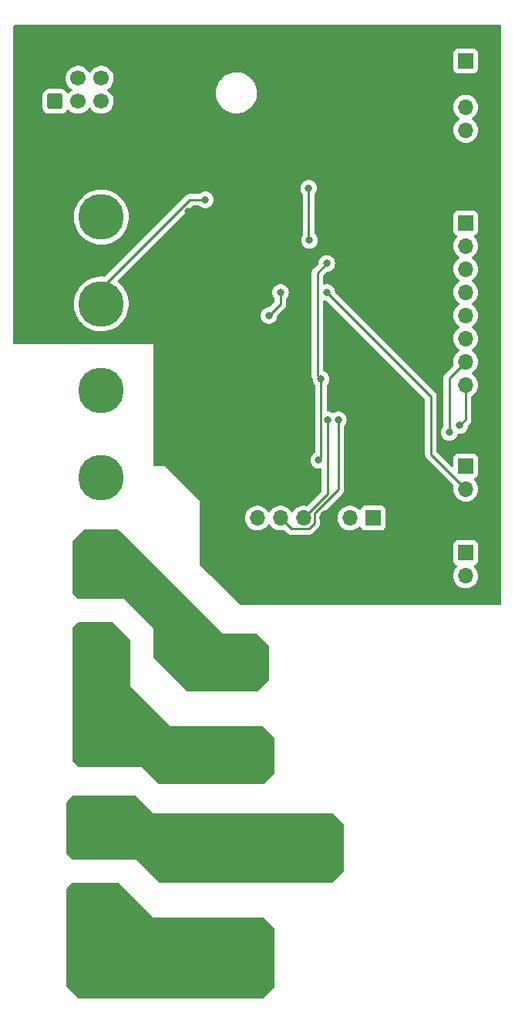
<source format=gbl>
G04 #@! TF.GenerationSoftware,KiCad,Pcbnew,6.0.1-79c1e3a40b~116~ubuntu21.04.1*
G04 #@! TF.CreationDate,2022-02-15T15:37:08-05:00*
G04 #@! TF.ProjectId,oven,6f76656e-2e6b-4696-9361-645f70636258,1.0*
G04 #@! TF.SameCoordinates,Original*
G04 #@! TF.FileFunction,Copper,L2,Bot*
G04 #@! TF.FilePolarity,Positive*
%FSLAX46Y46*%
G04 Gerber Fmt 4.6, Leading zero omitted, Abs format (unit mm)*
G04 Created by KiCad (PCBNEW 6.0.1-79c1e3a40b~116~ubuntu21.04.1) date 2022-02-15 15:37:08*
%MOMM*%
%LPD*%
G01*
G04 APERTURE LIST*
G04 Aperture macros list*
%AMRoundRect*
0 Rectangle with rounded corners*
0 $1 Rounding radius*
0 $2 $3 $4 $5 $6 $7 $8 $9 X,Y pos of 4 corners*
0 Add a 4 corners polygon primitive as box body*
4,1,4,$2,$3,$4,$5,$6,$7,$8,$9,$2,$3,0*
0 Add four circle primitives for the rounded corners*
1,1,$1+$1,$2,$3*
1,1,$1+$1,$4,$5*
1,1,$1+$1,$6,$7*
1,1,$1+$1,$8,$9*
0 Add four rect primitives between the rounded corners*
20,1,$1+$1,$2,$3,$4,$5,0*
20,1,$1+$1,$4,$5,$6,$7,0*
20,1,$1+$1,$6,$7,$8,$9,0*
20,1,$1+$1,$8,$9,$2,$3,0*%
G04 Aperture macros list end*
G04 #@! TA.AperFunction,ComponentPad*
%ADD10O,1.700000X1.700000*%
G04 #@! TD*
G04 #@! TA.AperFunction,ComponentPad*
%ADD11R,1.700000X1.700000*%
G04 #@! TD*
G04 #@! TA.AperFunction,ComponentPad*
%ADD12C,1.700000*%
G04 #@! TD*
G04 #@! TA.AperFunction,ComponentPad*
%ADD13RoundRect,0.250000X0.600000X-0.600000X0.600000X0.600000X-0.600000X0.600000X-0.600000X-0.600000X0*%
G04 #@! TD*
G04 #@! TA.AperFunction,ComponentPad*
%ADD14C,3.900000*%
G04 #@! TD*
G04 #@! TA.AperFunction,ComponentPad*
%ADD15RoundRect,0.250002X-1.699998X-1.699998X1.699998X-1.699998X1.699998X1.699998X-1.699998X1.699998X0*%
G04 #@! TD*
G04 #@! TA.AperFunction,ComponentPad*
%ADD16RoundRect,0.250002X1.699998X-1.699998X1.699998X1.699998X-1.699998X1.699998X-1.699998X-1.699998X0*%
G04 #@! TD*
G04 #@! TA.AperFunction,ComponentPad*
%ADD17C,0.800000*%
G04 #@! TD*
G04 #@! TA.AperFunction,ComponentPad*
%ADD18C,7.000000*%
G04 #@! TD*
G04 #@! TA.AperFunction,ComponentPad*
%ADD19C,5.000000*%
G04 #@! TD*
G04 #@! TA.AperFunction,ViaPad*
%ADD20C,0.800000*%
G04 #@! TD*
G04 #@! TA.AperFunction,Conductor*
%ADD21C,0.500000*%
G04 #@! TD*
G04 #@! TA.AperFunction,Conductor*
%ADD22C,0.250000*%
G04 #@! TD*
G04 APERTURE END LIST*
D10*
X104775000Y-106045000D03*
D11*
X104775000Y-103505000D03*
D10*
X104775000Y-115570000D03*
D11*
X104775000Y-113030000D03*
D10*
X104775000Y-94615000D03*
X104775000Y-92075000D03*
X104775000Y-89535000D03*
X104775000Y-86995000D03*
X104775000Y-84455000D03*
X104775000Y-81915000D03*
X104775000Y-79375000D03*
D11*
X104775000Y-76835000D03*
D10*
X81915000Y-109220000D03*
X84455000Y-109220000D03*
X86995000Y-109220000D03*
X89535000Y-109220000D03*
X92075000Y-109220000D03*
D11*
X94615000Y-109220000D03*
D12*
X64770000Y-60960000D03*
X62230000Y-60960000D03*
X59690000Y-60960000D03*
X64770000Y-63500000D03*
X62230000Y-63500000D03*
D13*
X59690000Y-63500000D03*
D10*
X104775000Y-66675000D03*
X104775000Y-64135000D03*
X104775000Y-61595000D03*
D11*
X104775000Y-59055000D03*
D14*
X87810000Y-145415000D03*
D15*
X80010000Y-145415000D03*
D16*
X80010000Y-125095000D03*
X80010000Y-135255000D03*
D17*
X81466155Y-155703845D03*
X79610000Y-154935000D03*
X77753845Y-155703845D03*
X76985000Y-157560000D03*
X77753845Y-159416155D03*
X79610000Y-160185000D03*
X81466155Y-159416155D03*
X82235000Y-157560000D03*
D18*
X79610000Y-157560000D03*
D19*
X64770000Y-152400000D03*
X64770000Y-142875000D03*
X64770000Y-133350000D03*
X64770000Y-123825000D03*
X64770000Y-114300000D03*
X64770000Y-104775000D03*
X64770000Y-95250000D03*
X64770000Y-85725000D03*
X64770000Y-76200000D03*
D20*
X97790000Y-115570000D03*
X95885000Y-115570000D03*
X86995000Y-102870000D03*
X74295000Y-75565000D03*
X78740000Y-90170000D03*
X88645000Y-102870000D03*
X88900000Y-93980000D03*
X89535000Y-81280000D03*
X76200000Y-74295000D03*
X89535000Y-84455000D03*
X102982859Y-99807859D03*
X104140000Y-99060000D03*
X83185000Y-86995000D03*
X84455000Y-84455000D03*
X90805000Y-98425000D03*
X89625000Y-98425000D03*
X87540000Y-73025000D03*
X87630000Y-78740000D03*
D21*
X95885000Y-115570000D02*
X89535000Y-109220000D01*
D22*
X74295000Y-90170000D02*
X86995000Y-102870000D01*
X74295000Y-75565000D02*
X74295000Y-90170000D01*
X78740000Y-90170000D02*
X74295000Y-90170000D01*
X88900000Y-102615000D02*
X88645000Y-102870000D01*
X88900000Y-93980000D02*
X88900000Y-102615000D01*
X88500001Y-82314999D02*
X89535000Y-81280000D01*
X88500001Y-93580001D02*
X88500001Y-82314999D01*
X88900000Y-93980000D02*
X88500001Y-93580001D01*
X64770000Y-84016998D02*
X64770000Y-85725000D01*
X74491998Y-74295000D02*
X64770000Y-84016998D01*
X76200000Y-74295000D02*
X74491998Y-74295000D01*
X89535000Y-84455000D02*
X100965000Y-95885000D01*
X100965000Y-95885000D02*
X100965000Y-102235000D01*
X104775000Y-106045000D02*
X100965000Y-102235000D01*
X102982859Y-93867141D02*
X104775000Y-92075000D01*
X102982859Y-99807859D02*
X102982859Y-93867141D01*
X104775000Y-98425000D02*
X104140000Y-99060000D01*
X104775000Y-94615000D02*
X104775000Y-98425000D01*
X84455000Y-85725000D02*
X84455000Y-84455000D01*
X83185000Y-86995000D02*
X84455000Y-85725000D01*
X87559001Y-110395001D02*
X85630001Y-110395001D01*
X88170001Y-109784001D02*
X87559001Y-110395001D01*
X88170001Y-108681409D02*
X88170001Y-109784001D01*
X90805000Y-106046410D02*
X88170001Y-108681409D01*
X85630001Y-110395001D02*
X84455000Y-109220000D01*
X90805000Y-98425000D02*
X90805000Y-106046410D01*
X89625000Y-106590000D02*
X89625000Y-98425000D01*
X86995000Y-109220000D02*
X89625000Y-106590000D01*
X87540000Y-78650000D02*
X87630000Y-78740000D01*
X87540000Y-73025000D02*
X87540000Y-78650000D01*
G04 #@! TA.AperFunction,Conductor*
G36*
X66690931Y-149245002D02*
G01*
X66711905Y-149261905D01*
X70485000Y-153035000D01*
X82497810Y-153035000D01*
X82565931Y-153055002D01*
X82586905Y-153071905D01*
X83783095Y-154268095D01*
X83817121Y-154330407D01*
X83820000Y-154357190D01*
X83820000Y-160602810D01*
X83799998Y-160670931D01*
X83783095Y-160691905D01*
X82586905Y-161888095D01*
X82524593Y-161922121D01*
X82497810Y-161925000D01*
X62282190Y-161925000D01*
X62214069Y-161904998D01*
X62193095Y-161888095D01*
X60996905Y-160691905D01*
X60962879Y-160629593D01*
X60960000Y-160602810D01*
X60960000Y-149912190D01*
X60980002Y-149844069D01*
X60996905Y-149823095D01*
X61558095Y-149261905D01*
X61620407Y-149227879D01*
X61647190Y-149225000D01*
X66622810Y-149225000D01*
X66690931Y-149245002D01*
G37*
G04 #@! TD.AperFunction*
G04 #@! TA.AperFunction,Conductor*
G36*
X66690931Y-110510002D02*
G01*
X66711905Y-110526905D01*
X78105000Y-121920000D01*
X81862810Y-121920000D01*
X81930931Y-121940002D01*
X81951905Y-121956905D01*
X83148095Y-123153095D01*
X83182121Y-123215407D01*
X83185000Y-123242190D01*
X83185000Y-126947810D01*
X83164998Y-127015931D01*
X83148095Y-127036905D01*
X81951905Y-128233095D01*
X81889593Y-128267121D01*
X81862810Y-128270000D01*
X74347190Y-128270000D01*
X74279069Y-128249998D01*
X74258095Y-128233095D01*
X70521905Y-124496905D01*
X70487879Y-124434593D01*
X70485000Y-124407810D01*
X70485000Y-121285000D01*
X67310000Y-118110000D01*
X62282190Y-118110000D01*
X62214069Y-118089998D01*
X62193095Y-118073095D01*
X61631905Y-117511905D01*
X61597879Y-117449593D01*
X61595000Y-117422810D01*
X61595000Y-111812190D01*
X61615002Y-111744069D01*
X61631905Y-111723095D01*
X62828095Y-110526905D01*
X62890407Y-110492879D01*
X62917190Y-110490000D01*
X66622810Y-110490000D01*
X66690931Y-110510002D01*
G37*
G04 #@! TD.AperFunction*
G04 #@! TA.AperFunction,Conductor*
G36*
X66055931Y-120670002D02*
G01*
X66076905Y-120686905D01*
X67908095Y-122518095D01*
X67942121Y-122580407D01*
X67945000Y-122607190D01*
X67945000Y-127635000D01*
X72390000Y-132080000D01*
X82497810Y-132080000D01*
X82565931Y-132100002D01*
X82586905Y-132116905D01*
X83783095Y-133313095D01*
X83817121Y-133375407D01*
X83820000Y-133402190D01*
X83820000Y-137107810D01*
X83799998Y-137175931D01*
X83783095Y-137196905D01*
X82586905Y-138393095D01*
X82524593Y-138427121D01*
X82497810Y-138430000D01*
X71172190Y-138430000D01*
X71104069Y-138409998D01*
X71083095Y-138393095D01*
X69215000Y-136525000D01*
X62282190Y-136525000D01*
X62214069Y-136504998D01*
X62193095Y-136488095D01*
X61631905Y-135926905D01*
X61597879Y-135864593D01*
X61595000Y-135837810D01*
X61595000Y-121337190D01*
X61615002Y-121269069D01*
X61631905Y-121248095D01*
X62193095Y-120686905D01*
X62255407Y-120652879D01*
X62282190Y-120650000D01*
X65987810Y-120650000D01*
X66055931Y-120670002D01*
G37*
G04 #@! TD.AperFunction*
G04 #@! TA.AperFunction,Conductor*
G36*
X68595931Y-139720002D02*
G01*
X68616905Y-139736905D01*
X70485000Y-141605000D01*
X90117810Y-141605000D01*
X90185931Y-141625002D01*
X90206905Y-141641905D01*
X91403095Y-142838095D01*
X91437121Y-142900407D01*
X91440000Y-142927190D01*
X91440000Y-147902810D01*
X91419998Y-147970931D01*
X91403095Y-147991905D01*
X90206905Y-149188095D01*
X90144593Y-149222121D01*
X90117810Y-149225000D01*
X71172190Y-149225000D01*
X71104069Y-149204998D01*
X71083095Y-149188095D01*
X68580000Y-146685000D01*
X61647190Y-146685000D01*
X61579069Y-146664998D01*
X61558095Y-146648095D01*
X60996905Y-146086905D01*
X60962879Y-146024593D01*
X60960000Y-145997810D01*
X60960000Y-140387190D01*
X60980002Y-140319069D01*
X60996905Y-140298095D01*
X61558095Y-139736905D01*
X61620407Y-139702879D01*
X61647190Y-139700000D01*
X68527810Y-139700000D01*
X68595931Y-139720002D01*
G37*
G04 #@! TD.AperFunction*
G04 #@! TA.AperFunction,Conductor*
G36*
X108654121Y-55138002D02*
G01*
X108700614Y-55191658D01*
X108712000Y-55244000D01*
X108712000Y-118619000D01*
X108691998Y-118687121D01*
X108638342Y-118733614D01*
X108586000Y-118745000D01*
X80062190Y-118745000D01*
X79994069Y-118724998D01*
X79973095Y-118708095D01*
X76801695Y-115536695D01*
X103412251Y-115536695D01*
X103412548Y-115541848D01*
X103412548Y-115541851D01*
X103418011Y-115636590D01*
X103425110Y-115759715D01*
X103426247Y-115764761D01*
X103426248Y-115764767D01*
X103435721Y-115806799D01*
X103474222Y-115977639D01*
X103558266Y-116184616D01*
X103674987Y-116375088D01*
X103821250Y-116543938D01*
X103993126Y-116686632D01*
X104186000Y-116799338D01*
X104394692Y-116879030D01*
X104399760Y-116880061D01*
X104399763Y-116880062D01*
X104507017Y-116901883D01*
X104613597Y-116923567D01*
X104618772Y-116923757D01*
X104618774Y-116923757D01*
X104831673Y-116931564D01*
X104831677Y-116931564D01*
X104836837Y-116931753D01*
X104841957Y-116931097D01*
X104841959Y-116931097D01*
X105053288Y-116904025D01*
X105053289Y-116904025D01*
X105058416Y-116903368D01*
X105063366Y-116901883D01*
X105267429Y-116840661D01*
X105267434Y-116840659D01*
X105272384Y-116839174D01*
X105472994Y-116740896D01*
X105654860Y-116611173D01*
X105813096Y-116453489D01*
X105872594Y-116370689D01*
X105940435Y-116276277D01*
X105943453Y-116272077D01*
X106042430Y-116071811D01*
X106107370Y-115858069D01*
X106136529Y-115636590D01*
X106138156Y-115570000D01*
X106119852Y-115347361D01*
X106065431Y-115130702D01*
X105976354Y-114925840D01*
X105855014Y-114738277D01*
X105851532Y-114734450D01*
X105707798Y-114576488D01*
X105676746Y-114512642D01*
X105685141Y-114442143D01*
X105730317Y-114387375D01*
X105756761Y-114373706D01*
X105863297Y-114333767D01*
X105871705Y-114330615D01*
X105988261Y-114243261D01*
X106075615Y-114126705D01*
X106126745Y-113990316D01*
X106133500Y-113928134D01*
X106133500Y-112131866D01*
X106126745Y-112069684D01*
X106075615Y-111933295D01*
X105988261Y-111816739D01*
X105871705Y-111729385D01*
X105735316Y-111678255D01*
X105673134Y-111671500D01*
X103876866Y-111671500D01*
X103814684Y-111678255D01*
X103678295Y-111729385D01*
X103561739Y-111816739D01*
X103474385Y-111933295D01*
X103423255Y-112069684D01*
X103416500Y-112131866D01*
X103416500Y-113928134D01*
X103423255Y-113990316D01*
X103474385Y-114126705D01*
X103561739Y-114243261D01*
X103678295Y-114330615D01*
X103686704Y-114333767D01*
X103686705Y-114333768D01*
X103795451Y-114374535D01*
X103852216Y-114417176D01*
X103876916Y-114483738D01*
X103861709Y-114553087D01*
X103842316Y-114579568D01*
X103715629Y-114712138D01*
X103589743Y-114896680D01*
X103495688Y-115099305D01*
X103435989Y-115314570D01*
X103412251Y-115536695D01*
X76801695Y-115536695D01*
X75601905Y-114336905D01*
X75567879Y-114274593D01*
X75565000Y-114247810D01*
X75565000Y-109186695D01*
X80552251Y-109186695D01*
X80565110Y-109409715D01*
X80566247Y-109414761D01*
X80566248Y-109414767D01*
X80590304Y-109521508D01*
X80614222Y-109627639D01*
X80698266Y-109834616D01*
X80735685Y-109895678D01*
X80812291Y-110020688D01*
X80814987Y-110025088D01*
X80961250Y-110193938D01*
X81133126Y-110336632D01*
X81326000Y-110449338D01*
X81534692Y-110529030D01*
X81539760Y-110530061D01*
X81539763Y-110530062D01*
X81647012Y-110551882D01*
X81753597Y-110573567D01*
X81758772Y-110573757D01*
X81758774Y-110573757D01*
X81971673Y-110581564D01*
X81971677Y-110581564D01*
X81976837Y-110581753D01*
X81981957Y-110581097D01*
X81981959Y-110581097D01*
X82193288Y-110554025D01*
X82193289Y-110554025D01*
X82198416Y-110553368D01*
X82244827Y-110539444D01*
X82407429Y-110490661D01*
X82407434Y-110490659D01*
X82412384Y-110489174D01*
X82612994Y-110390896D01*
X82794860Y-110261173D01*
X82953096Y-110103489D01*
X83012594Y-110020689D01*
X83083453Y-109922077D01*
X83084776Y-109923028D01*
X83131645Y-109879857D01*
X83201580Y-109867625D01*
X83267026Y-109895144D01*
X83294875Y-109926994D01*
X83354987Y-110025088D01*
X83501250Y-110193938D01*
X83673126Y-110336632D01*
X83866000Y-110449338D01*
X84074692Y-110529030D01*
X84079760Y-110530061D01*
X84079763Y-110530062D01*
X84187012Y-110551882D01*
X84293597Y-110573567D01*
X84298772Y-110573757D01*
X84298774Y-110573757D01*
X84511673Y-110581564D01*
X84511677Y-110581564D01*
X84516837Y-110581753D01*
X84521957Y-110581097D01*
X84521959Y-110581097D01*
X84733288Y-110554025D01*
X84733289Y-110554025D01*
X84738416Y-110553368D01*
X84743367Y-110551883D01*
X84743370Y-110551882D01*
X84784829Y-110539444D01*
X84855825Y-110539028D01*
X84910131Y-110571035D01*
X85126344Y-110787248D01*
X85133888Y-110795538D01*
X85138001Y-110802019D01*
X85143778Y-110807444D01*
X85187668Y-110848659D01*
X85190510Y-110851414D01*
X85210231Y-110871135D01*
X85213426Y-110873613D01*
X85222448Y-110881319D01*
X85254680Y-110911587D01*
X85261629Y-110915407D01*
X85272433Y-110921347D01*
X85288957Y-110932200D01*
X85304960Y-110944614D01*
X85345544Y-110962177D01*
X85356174Y-110967384D01*
X85394941Y-110988696D01*
X85402618Y-110990667D01*
X85402623Y-110990669D01*
X85414559Y-110993733D01*
X85433267Y-111000138D01*
X85451856Y-111008182D01*
X85459681Y-111009421D01*
X85459683Y-111009422D01*
X85495520Y-111015098D01*
X85507141Y-111017505D01*
X85538960Y-111025674D01*
X85549971Y-111028501D01*
X85570232Y-111028501D01*
X85589941Y-111030052D01*
X85609944Y-111033220D01*
X85617836Y-111032474D01*
X85623063Y-111031980D01*
X85653955Y-111029060D01*
X85665812Y-111028501D01*
X87480234Y-111028501D01*
X87491417Y-111029028D01*
X87498910Y-111030703D01*
X87506836Y-111030454D01*
X87506837Y-111030454D01*
X87566987Y-111028563D01*
X87570946Y-111028501D01*
X87598857Y-111028501D01*
X87602792Y-111028004D01*
X87602857Y-111027996D01*
X87614694Y-111027063D01*
X87646952Y-111026049D01*
X87650971Y-111025923D01*
X87658890Y-111025674D01*
X87678344Y-111020022D01*
X87697701Y-111016014D01*
X87709931Y-111014469D01*
X87709932Y-111014469D01*
X87717798Y-111013475D01*
X87725169Y-111010556D01*
X87725171Y-111010556D01*
X87758913Y-110997197D01*
X87770143Y-110993352D01*
X87804984Y-110983230D01*
X87804985Y-110983230D01*
X87812594Y-110981019D01*
X87819413Y-110976986D01*
X87819418Y-110976984D01*
X87830029Y-110970708D01*
X87847777Y-110962013D01*
X87866618Y-110954553D01*
X87886988Y-110939754D01*
X87902388Y-110928565D01*
X87912308Y-110922049D01*
X87943536Y-110903581D01*
X87943539Y-110903579D01*
X87950363Y-110899543D01*
X87964684Y-110885222D01*
X87979718Y-110872381D01*
X87981433Y-110871135D01*
X87996108Y-110860473D01*
X88024299Y-110826396D01*
X88032289Y-110817617D01*
X88562248Y-110287658D01*
X88570538Y-110280114D01*
X88577019Y-110276001D01*
X88623660Y-110226333D01*
X88626414Y-110223492D01*
X88646135Y-110203771D01*
X88648613Y-110200576D01*
X88656319Y-110191554D01*
X88666872Y-110180316D01*
X88686587Y-110159322D01*
X88696347Y-110141569D01*
X88707200Y-110125046D01*
X88714754Y-110115307D01*
X88719614Y-110109042D01*
X88737177Y-110068458D01*
X88742384Y-110057828D01*
X88763696Y-110019061D01*
X88765667Y-110011384D01*
X88765669Y-110011379D01*
X88768733Y-109999443D01*
X88775139Y-109980731D01*
X88780035Y-109969418D01*
X88783182Y-109962146D01*
X88789529Y-109922077D01*
X88790098Y-109918482D01*
X88792505Y-109906861D01*
X88801529Y-109871712D01*
X88801529Y-109871711D01*
X88803501Y-109864031D01*
X88803501Y-109843770D01*
X88805052Y-109824059D01*
X88806980Y-109811886D01*
X88808220Y-109804058D01*
X88804060Y-109760047D01*
X88803501Y-109748190D01*
X88803501Y-109186695D01*
X90712251Y-109186695D01*
X90725110Y-109409715D01*
X90726247Y-109414761D01*
X90726248Y-109414767D01*
X90750304Y-109521508D01*
X90774222Y-109627639D01*
X90858266Y-109834616D01*
X90895685Y-109895678D01*
X90972291Y-110020688D01*
X90974987Y-110025088D01*
X91121250Y-110193938D01*
X91293126Y-110336632D01*
X91486000Y-110449338D01*
X91694692Y-110529030D01*
X91699760Y-110530061D01*
X91699763Y-110530062D01*
X91807012Y-110551882D01*
X91913597Y-110573567D01*
X91918772Y-110573757D01*
X91918774Y-110573757D01*
X92131673Y-110581564D01*
X92131677Y-110581564D01*
X92136837Y-110581753D01*
X92141957Y-110581097D01*
X92141959Y-110581097D01*
X92353288Y-110554025D01*
X92353289Y-110554025D01*
X92358416Y-110553368D01*
X92404827Y-110539444D01*
X92567429Y-110490661D01*
X92567434Y-110490659D01*
X92572384Y-110489174D01*
X92772994Y-110390896D01*
X92954860Y-110261173D01*
X93063091Y-110153319D01*
X93125462Y-110119404D01*
X93196268Y-110124592D01*
X93253030Y-110167238D01*
X93270012Y-110198341D01*
X93314385Y-110316705D01*
X93401739Y-110433261D01*
X93518295Y-110520615D01*
X93654684Y-110571745D01*
X93716866Y-110578500D01*
X95513134Y-110578500D01*
X95575316Y-110571745D01*
X95711705Y-110520615D01*
X95828261Y-110433261D01*
X95915615Y-110316705D01*
X95966745Y-110180316D01*
X95973500Y-110118134D01*
X95973500Y-108321866D01*
X95966745Y-108259684D01*
X95915615Y-108123295D01*
X95828261Y-108006739D01*
X95711705Y-107919385D01*
X95575316Y-107868255D01*
X95513134Y-107861500D01*
X93716866Y-107861500D01*
X93654684Y-107868255D01*
X93518295Y-107919385D01*
X93401739Y-108006739D01*
X93314385Y-108123295D01*
X93311233Y-108131703D01*
X93269919Y-108241907D01*
X93227277Y-108298671D01*
X93160716Y-108323371D01*
X93091367Y-108308163D01*
X93058743Y-108282476D01*
X93008151Y-108226875D01*
X93008142Y-108226866D01*
X93004670Y-108223051D01*
X93000619Y-108219852D01*
X93000615Y-108219848D01*
X92833414Y-108087800D01*
X92833410Y-108087798D01*
X92829359Y-108084598D01*
X92633789Y-107976638D01*
X92628920Y-107974914D01*
X92628916Y-107974912D01*
X92428087Y-107903795D01*
X92428083Y-107903794D01*
X92423212Y-107902069D01*
X92418119Y-107901162D01*
X92418116Y-107901161D01*
X92208373Y-107863800D01*
X92208367Y-107863799D01*
X92203284Y-107862894D01*
X92129452Y-107861992D01*
X91985081Y-107860228D01*
X91985079Y-107860228D01*
X91979911Y-107860165D01*
X91759091Y-107893955D01*
X91546756Y-107963357D01*
X91348607Y-108066507D01*
X91344474Y-108069610D01*
X91344471Y-108069612D01*
X91174100Y-108197530D01*
X91169965Y-108200635D01*
X91130525Y-108241907D01*
X91076280Y-108298671D01*
X91015629Y-108362138D01*
X90889743Y-108546680D01*
X90795688Y-108749305D01*
X90735989Y-108964570D01*
X90712251Y-109186695D01*
X88803501Y-109186695D01*
X88803501Y-108996003D01*
X88823503Y-108927882D01*
X88840406Y-108906908D01*
X91197247Y-106550067D01*
X91205537Y-106542523D01*
X91212018Y-106538410D01*
X91258659Y-106488742D01*
X91261413Y-106485901D01*
X91281134Y-106466180D01*
X91283612Y-106462985D01*
X91291318Y-106453963D01*
X91316158Y-106427511D01*
X91321586Y-106421731D01*
X91331346Y-106403978D01*
X91342199Y-106387455D01*
X91349753Y-106377716D01*
X91354613Y-106371451D01*
X91372176Y-106330867D01*
X91377383Y-106320237D01*
X91398695Y-106281470D01*
X91400666Y-106273793D01*
X91400668Y-106273788D01*
X91403732Y-106261852D01*
X91410138Y-106243140D01*
X91415033Y-106231829D01*
X91418181Y-106224555D01*
X91419421Y-106216727D01*
X91419423Y-106216720D01*
X91425099Y-106180886D01*
X91427505Y-106169266D01*
X91436528Y-106134121D01*
X91436528Y-106134120D01*
X91438500Y-106126440D01*
X91438500Y-106106186D01*
X91440051Y-106086475D01*
X91441980Y-106074296D01*
X91443220Y-106066467D01*
X91439059Y-106022448D01*
X91438500Y-106010591D01*
X91438500Y-99127524D01*
X91458502Y-99059403D01*
X91470858Y-99043221D01*
X91544040Y-98961944D01*
X91639527Y-98796556D01*
X91698542Y-98614928D01*
X91699781Y-98603145D01*
X91717814Y-98431565D01*
X91718504Y-98425000D01*
X91698542Y-98235072D01*
X91639527Y-98053444D01*
X91544040Y-97888056D01*
X91416253Y-97746134D01*
X91261752Y-97633882D01*
X91255724Y-97631198D01*
X91255722Y-97631197D01*
X91093319Y-97558891D01*
X91093318Y-97558891D01*
X91087288Y-97556206D01*
X90993888Y-97536353D01*
X90906944Y-97517872D01*
X90906939Y-97517872D01*
X90900487Y-97516500D01*
X90709513Y-97516500D01*
X90703061Y-97517872D01*
X90703056Y-97517872D01*
X90616112Y-97536353D01*
X90522712Y-97556206D01*
X90516682Y-97558891D01*
X90516681Y-97558891D01*
X90354278Y-97631197D01*
X90354276Y-97631198D01*
X90348248Y-97633882D01*
X90342907Y-97637762D01*
X90342906Y-97637763D01*
X90289061Y-97676884D01*
X90222193Y-97700742D01*
X90153042Y-97684662D01*
X90140939Y-97676884D01*
X90087094Y-97637763D01*
X90087093Y-97637762D01*
X90081752Y-97633882D01*
X90075724Y-97631198D01*
X90075722Y-97631197D01*
X89913319Y-97558891D01*
X89913318Y-97558891D01*
X89907288Y-97556206D01*
X89813888Y-97536353D01*
X89726944Y-97517872D01*
X89726939Y-97517872D01*
X89720487Y-97516500D01*
X89659500Y-97516500D01*
X89591379Y-97496498D01*
X89544886Y-97442842D01*
X89533500Y-97390500D01*
X89533500Y-94682524D01*
X89553502Y-94614403D01*
X89565858Y-94598221D01*
X89639040Y-94516944D01*
X89697314Y-94416010D01*
X89731223Y-94357279D01*
X89731224Y-94357278D01*
X89734527Y-94351556D01*
X89793542Y-94169928D01*
X89796623Y-94140620D01*
X89812814Y-93986565D01*
X89813504Y-93980000D01*
X89797431Y-93827076D01*
X89794232Y-93796635D01*
X89794232Y-93796633D01*
X89793542Y-93790072D01*
X89734527Y-93608444D01*
X89639040Y-93443056D01*
X89606003Y-93406364D01*
X89515675Y-93306045D01*
X89515674Y-93306044D01*
X89511253Y-93301134D01*
X89356752Y-93188882D01*
X89350724Y-93186198D01*
X89350722Y-93186197D01*
X89208252Y-93122766D01*
X89154157Y-93076786D01*
X89133501Y-93007659D01*
X89133501Y-85454052D01*
X89153503Y-85385931D01*
X89207159Y-85339438D01*
X89277433Y-85329334D01*
X89285698Y-85330806D01*
X89433047Y-85362127D01*
X89433060Y-85362128D01*
X89439513Y-85363500D01*
X89495406Y-85363500D01*
X89563527Y-85383502D01*
X89584501Y-85400405D01*
X100294595Y-96110500D01*
X100328621Y-96172812D01*
X100331500Y-96199595D01*
X100331500Y-102156233D01*
X100330973Y-102167416D01*
X100329298Y-102174909D01*
X100329547Y-102182832D01*
X100329547Y-102182833D01*
X100331438Y-102242986D01*
X100331500Y-102246945D01*
X100331500Y-102274856D01*
X100331997Y-102278790D01*
X100331997Y-102278791D01*
X100332005Y-102278856D01*
X100332938Y-102290693D01*
X100334327Y-102334889D01*
X100339978Y-102354339D01*
X100343987Y-102373700D01*
X100346526Y-102393797D01*
X100349445Y-102401168D01*
X100349445Y-102401170D01*
X100362804Y-102434912D01*
X100366649Y-102446142D01*
X100378982Y-102488593D01*
X100383015Y-102495412D01*
X100383017Y-102495417D01*
X100389293Y-102506028D01*
X100397988Y-102523776D01*
X100405448Y-102542617D01*
X100410110Y-102549033D01*
X100410110Y-102549034D01*
X100431436Y-102578387D01*
X100437952Y-102588307D01*
X100450949Y-102610283D01*
X100460458Y-102626362D01*
X100474779Y-102640683D01*
X100487619Y-102655716D01*
X100499528Y-102672107D01*
X100533605Y-102700298D01*
X100542384Y-102708288D01*
X103424778Y-105590682D01*
X103458804Y-105652994D01*
X103457100Y-105713448D01*
X103435989Y-105789570D01*
X103435441Y-105794700D01*
X103435440Y-105794704D01*
X103431933Y-105827522D01*
X103412251Y-106011695D01*
X103412548Y-106016848D01*
X103412548Y-106016851D01*
X103418011Y-106111590D01*
X103425110Y-106234715D01*
X103426247Y-106239761D01*
X103426248Y-106239767D01*
X103434280Y-106275406D01*
X103474222Y-106452639D01*
X103558266Y-106659616D01*
X103674987Y-106850088D01*
X103821250Y-107018938D01*
X103993126Y-107161632D01*
X104186000Y-107274338D01*
X104394692Y-107354030D01*
X104399760Y-107355061D01*
X104399763Y-107355062D01*
X104507017Y-107376883D01*
X104613597Y-107398567D01*
X104618772Y-107398757D01*
X104618774Y-107398757D01*
X104831673Y-107406564D01*
X104831677Y-107406564D01*
X104836837Y-107406753D01*
X104841957Y-107406097D01*
X104841959Y-107406097D01*
X105053288Y-107379025D01*
X105053289Y-107379025D01*
X105058416Y-107378368D01*
X105063366Y-107376883D01*
X105267429Y-107315661D01*
X105267434Y-107315659D01*
X105272384Y-107314174D01*
X105472994Y-107215896D01*
X105654860Y-107086173D01*
X105813096Y-106928489D01*
X105872594Y-106845689D01*
X105940435Y-106751277D01*
X105943453Y-106747077D01*
X106042430Y-106546811D01*
X106107370Y-106333069D01*
X106136529Y-106111590D01*
X106136661Y-106106186D01*
X106138074Y-106048365D01*
X106138074Y-106048361D01*
X106138156Y-106045000D01*
X106119852Y-105822361D01*
X106065431Y-105605702D01*
X105976354Y-105400840D01*
X105855014Y-105213277D01*
X105851532Y-105209450D01*
X105707798Y-105051488D01*
X105676746Y-104987642D01*
X105685141Y-104917143D01*
X105730317Y-104862375D01*
X105756761Y-104848706D01*
X105863297Y-104808767D01*
X105871705Y-104805615D01*
X105988261Y-104718261D01*
X106075615Y-104601705D01*
X106126745Y-104465316D01*
X106133500Y-104403134D01*
X106133500Y-102606866D01*
X106126745Y-102544684D01*
X106075615Y-102408295D01*
X105988261Y-102291739D01*
X105871705Y-102204385D01*
X105735316Y-102153255D01*
X105673134Y-102146500D01*
X103876866Y-102146500D01*
X103814684Y-102153255D01*
X103678295Y-102204385D01*
X103561739Y-102291739D01*
X103474385Y-102408295D01*
X103423255Y-102544684D01*
X103416500Y-102606866D01*
X103416500Y-103486406D01*
X103396498Y-103554527D01*
X103342842Y-103601020D01*
X103272568Y-103611124D01*
X103207988Y-103581630D01*
X103201405Y-103575501D01*
X102502470Y-102876565D01*
X101635405Y-102009500D01*
X101601379Y-101947188D01*
X101598500Y-101920405D01*
X101598500Y-99807859D01*
X102069355Y-99807859D01*
X102070045Y-99814424D01*
X102086095Y-99967128D01*
X102089317Y-99997787D01*
X102148332Y-100179415D01*
X102243819Y-100344803D01*
X102371606Y-100486725D01*
X102526107Y-100598977D01*
X102532135Y-100601661D01*
X102532137Y-100601662D01*
X102694540Y-100673968D01*
X102700571Y-100676653D01*
X102793972Y-100696506D01*
X102880915Y-100714987D01*
X102880920Y-100714987D01*
X102887372Y-100716359D01*
X103078346Y-100716359D01*
X103084798Y-100714987D01*
X103084803Y-100714987D01*
X103171746Y-100696506D01*
X103265147Y-100676653D01*
X103271178Y-100673968D01*
X103433581Y-100601662D01*
X103433583Y-100601661D01*
X103439611Y-100598977D01*
X103594112Y-100486725D01*
X103721899Y-100344803D01*
X103817386Y-100179415D01*
X103861105Y-100044864D01*
X103901177Y-99986259D01*
X103966574Y-99958622D01*
X104007130Y-99960554D01*
X104044513Y-99968500D01*
X104235487Y-99968500D01*
X104241939Y-99967128D01*
X104241944Y-99967128D01*
X104328888Y-99948647D01*
X104422288Y-99928794D01*
X104428319Y-99926109D01*
X104590722Y-99853803D01*
X104590724Y-99853802D01*
X104596752Y-99851118D01*
X104751253Y-99738866D01*
X104879040Y-99596944D01*
X104974527Y-99431556D01*
X105033542Y-99249928D01*
X105050907Y-99084706D01*
X105077920Y-99019050D01*
X105087122Y-99008782D01*
X105167247Y-98928657D01*
X105175537Y-98921113D01*
X105182018Y-98917000D01*
X105228659Y-98867332D01*
X105231413Y-98864491D01*
X105251135Y-98844769D01*
X105253612Y-98841576D01*
X105261317Y-98832555D01*
X105286159Y-98806100D01*
X105291586Y-98800321D01*
X105297111Y-98790271D01*
X105301346Y-98782568D01*
X105312202Y-98766041D01*
X105319757Y-98756302D01*
X105319758Y-98756300D01*
X105324614Y-98750040D01*
X105342174Y-98709460D01*
X105347391Y-98698812D01*
X105364875Y-98667009D01*
X105364876Y-98667007D01*
X105368695Y-98660060D01*
X105373733Y-98640437D01*
X105380137Y-98621734D01*
X105385033Y-98610420D01*
X105385033Y-98610419D01*
X105388181Y-98603145D01*
X105389420Y-98595322D01*
X105389423Y-98595312D01*
X105395099Y-98559476D01*
X105397505Y-98547856D01*
X105406528Y-98512711D01*
X105406528Y-98512710D01*
X105408500Y-98505030D01*
X105408500Y-98484776D01*
X105410051Y-98465065D01*
X105411980Y-98452886D01*
X105413220Y-98445057D01*
X105409059Y-98401038D01*
X105408500Y-98389181D01*
X105408500Y-95895427D01*
X105428502Y-95827306D01*
X105469618Y-95787550D01*
X105472994Y-95785896D01*
X105654860Y-95656173D01*
X105813096Y-95498489D01*
X105826873Y-95479317D01*
X105940435Y-95321277D01*
X105943453Y-95317077D01*
X105976605Y-95250000D01*
X106040136Y-95121453D01*
X106040137Y-95121451D01*
X106042430Y-95116811D01*
X106107370Y-94903069D01*
X106136529Y-94681590D01*
X106138156Y-94615000D01*
X106119852Y-94392361D01*
X106065431Y-94175702D01*
X105976354Y-93970840D01*
X105883349Y-93827076D01*
X105857822Y-93787617D01*
X105857820Y-93787614D01*
X105855014Y-93783277D01*
X105704670Y-93618051D01*
X105700619Y-93614852D01*
X105700615Y-93614848D01*
X105533414Y-93482800D01*
X105533410Y-93482798D01*
X105529359Y-93479598D01*
X105488053Y-93456796D01*
X105438084Y-93406364D01*
X105423312Y-93336921D01*
X105448428Y-93270516D01*
X105475780Y-93243909D01*
X105556689Y-93186197D01*
X105654860Y-93116173D01*
X105659845Y-93111206D01*
X105809435Y-92962137D01*
X105813096Y-92958489D01*
X105943453Y-92777077D01*
X106042430Y-92576811D01*
X106107370Y-92363069D01*
X106136529Y-92141590D01*
X106138156Y-92075000D01*
X106119852Y-91852361D01*
X106065431Y-91635702D01*
X105976354Y-91430840D01*
X105855014Y-91243277D01*
X105704670Y-91078051D01*
X105700619Y-91074852D01*
X105700615Y-91074848D01*
X105533414Y-90942800D01*
X105533410Y-90942798D01*
X105529359Y-90939598D01*
X105488053Y-90916796D01*
X105438084Y-90866364D01*
X105423312Y-90796921D01*
X105448428Y-90730516D01*
X105475780Y-90703909D01*
X105519603Y-90672650D01*
X105654860Y-90576173D01*
X105813096Y-90418489D01*
X105872594Y-90335689D01*
X105940435Y-90241277D01*
X105943453Y-90237077D01*
X105976605Y-90170000D01*
X106040136Y-90041453D01*
X106040137Y-90041451D01*
X106042430Y-90036811D01*
X106107370Y-89823069D01*
X106136529Y-89601590D01*
X106138156Y-89535000D01*
X106119852Y-89312361D01*
X106065431Y-89095702D01*
X105976354Y-88890840D01*
X105877758Y-88738434D01*
X105857822Y-88707617D01*
X105857820Y-88707614D01*
X105855014Y-88703277D01*
X105704670Y-88538051D01*
X105700619Y-88534852D01*
X105700615Y-88534848D01*
X105533414Y-88402800D01*
X105533410Y-88402798D01*
X105529359Y-88399598D01*
X105488053Y-88376796D01*
X105438084Y-88326364D01*
X105423312Y-88256921D01*
X105448428Y-88190516D01*
X105475780Y-88163909D01*
X105519603Y-88132650D01*
X105654860Y-88036173D01*
X105813096Y-87878489D01*
X105822670Y-87865166D01*
X105940435Y-87701277D01*
X105943453Y-87697077D01*
X105953006Y-87677749D01*
X106040136Y-87501453D01*
X106040137Y-87501451D01*
X106042430Y-87496811D01*
X106107370Y-87283069D01*
X106136529Y-87061590D01*
X106136611Y-87058240D01*
X106138074Y-86998365D01*
X106138074Y-86998361D01*
X106138156Y-86995000D01*
X106119852Y-86772361D01*
X106065431Y-86555702D01*
X105976354Y-86350840D01*
X105886032Y-86211223D01*
X105857822Y-86167617D01*
X105857820Y-86167614D01*
X105855014Y-86163277D01*
X105704670Y-85998051D01*
X105700619Y-85994852D01*
X105700615Y-85994848D01*
X105533414Y-85862800D01*
X105533410Y-85862798D01*
X105529359Y-85859598D01*
X105488053Y-85836796D01*
X105438084Y-85786364D01*
X105423312Y-85716921D01*
X105448428Y-85650516D01*
X105475780Y-85623909D01*
X105519603Y-85592650D01*
X105654860Y-85496173D01*
X105697129Y-85454052D01*
X105809435Y-85342137D01*
X105813096Y-85338489D01*
X105819675Y-85329334D01*
X105940435Y-85161277D01*
X105943453Y-85157077D01*
X105953267Y-85137221D01*
X106040136Y-84961453D01*
X106040137Y-84961451D01*
X106042430Y-84956811D01*
X106107370Y-84743069D01*
X106136529Y-84521590D01*
X106138156Y-84455000D01*
X106119852Y-84232361D01*
X106065431Y-84015702D01*
X105976354Y-83810840D01*
X105923728Y-83729493D01*
X105857822Y-83627617D01*
X105857820Y-83627614D01*
X105855014Y-83623277D01*
X105704670Y-83458051D01*
X105700619Y-83454852D01*
X105700615Y-83454848D01*
X105533414Y-83322800D01*
X105533410Y-83322798D01*
X105529359Y-83319598D01*
X105488053Y-83296796D01*
X105438084Y-83246364D01*
X105423312Y-83176921D01*
X105448428Y-83110516D01*
X105475780Y-83083909D01*
X105519603Y-83052650D01*
X105654860Y-82956173D01*
X105674747Y-82936356D01*
X105809435Y-82802137D01*
X105813096Y-82798489D01*
X105872594Y-82715689D01*
X105940435Y-82621277D01*
X105943453Y-82617077D01*
X105981301Y-82540498D01*
X106040136Y-82421453D01*
X106040137Y-82421451D01*
X106042430Y-82416811D01*
X106107370Y-82203069D01*
X106136529Y-81981590D01*
X106136907Y-81966116D01*
X106138074Y-81918365D01*
X106138074Y-81918361D01*
X106138156Y-81915000D01*
X106119852Y-81692361D01*
X106065431Y-81475702D01*
X105976354Y-81270840D01*
X105855014Y-81083277D01*
X105704670Y-80918051D01*
X105700619Y-80914852D01*
X105700615Y-80914848D01*
X105533414Y-80782800D01*
X105533410Y-80782798D01*
X105529359Y-80779598D01*
X105488053Y-80756796D01*
X105438084Y-80706364D01*
X105423312Y-80636921D01*
X105448428Y-80570516D01*
X105475780Y-80543909D01*
X105519603Y-80512650D01*
X105654860Y-80416173D01*
X105659845Y-80411206D01*
X105809435Y-80262137D01*
X105813096Y-80258489D01*
X105872594Y-80175689D01*
X105940435Y-80081277D01*
X105943453Y-80077077D01*
X106042430Y-79876811D01*
X106107370Y-79663069D01*
X106136529Y-79441590D01*
X106136611Y-79438240D01*
X106138074Y-79378365D01*
X106138074Y-79378361D01*
X106138156Y-79375000D01*
X106119852Y-79152361D01*
X106065431Y-78935702D01*
X105976354Y-78730840D01*
X105855014Y-78543277D01*
X105851532Y-78539450D01*
X105707798Y-78381488D01*
X105676746Y-78317642D01*
X105685141Y-78247143D01*
X105730317Y-78192375D01*
X105756761Y-78178706D01*
X105863297Y-78138767D01*
X105871705Y-78135615D01*
X105988261Y-78048261D01*
X106075615Y-77931705D01*
X106126745Y-77795316D01*
X106133500Y-77733134D01*
X106133500Y-75936866D01*
X106126745Y-75874684D01*
X106075615Y-75738295D01*
X105988261Y-75621739D01*
X105871705Y-75534385D01*
X105735316Y-75483255D01*
X105673134Y-75476500D01*
X103876866Y-75476500D01*
X103814684Y-75483255D01*
X103678295Y-75534385D01*
X103561739Y-75621739D01*
X103474385Y-75738295D01*
X103423255Y-75874684D01*
X103416500Y-75936866D01*
X103416500Y-77733134D01*
X103423255Y-77795316D01*
X103474385Y-77931705D01*
X103561739Y-78048261D01*
X103678295Y-78135615D01*
X103686704Y-78138767D01*
X103686705Y-78138768D01*
X103795451Y-78179535D01*
X103852216Y-78222176D01*
X103876916Y-78288738D01*
X103861709Y-78358087D01*
X103842316Y-78384568D01*
X103715629Y-78517138D01*
X103712715Y-78521410D01*
X103712714Y-78521411D01*
X103697218Y-78544127D01*
X103589743Y-78701680D01*
X103495688Y-78904305D01*
X103435989Y-79119570D01*
X103412251Y-79341695D01*
X103412548Y-79346848D01*
X103412548Y-79346851D01*
X103418011Y-79441590D01*
X103425110Y-79564715D01*
X103426247Y-79569761D01*
X103426248Y-79569767D01*
X103435353Y-79610166D01*
X103474222Y-79782639D01*
X103558266Y-79989616D01*
X103674987Y-80180088D01*
X103821250Y-80348938D01*
X103902235Y-80416173D01*
X103986580Y-80486197D01*
X103993126Y-80491632D01*
X104063595Y-80532811D01*
X104066445Y-80534476D01*
X104115169Y-80586114D01*
X104128240Y-80655897D01*
X104101509Y-80721669D01*
X104061055Y-80755027D01*
X104048607Y-80761507D01*
X104044474Y-80764610D01*
X104044471Y-80764612D01*
X104020247Y-80782800D01*
X103869965Y-80895635D01*
X103715629Y-81057138D01*
X103712715Y-81061410D01*
X103712714Y-81061411D01*
X103694838Y-81087617D01*
X103589743Y-81241680D01*
X103495688Y-81444305D01*
X103435989Y-81659570D01*
X103412251Y-81881695D01*
X103412548Y-81886848D01*
X103412548Y-81886851D01*
X103420833Y-82030536D01*
X103425110Y-82104715D01*
X103426247Y-82109761D01*
X103426248Y-82109767D01*
X103435353Y-82150166D01*
X103474222Y-82322639D01*
X103558266Y-82529616D01*
X103674987Y-82720088D01*
X103821250Y-82888938D01*
X103993126Y-83031632D01*
X104063595Y-83072811D01*
X104066445Y-83074476D01*
X104115169Y-83126114D01*
X104128240Y-83195897D01*
X104101509Y-83261669D01*
X104061055Y-83295027D01*
X104048607Y-83301507D01*
X104044474Y-83304610D01*
X104044471Y-83304612D01*
X104020247Y-83322800D01*
X103869965Y-83435635D01*
X103715629Y-83597138D01*
X103589743Y-83781680D01*
X103495688Y-83984305D01*
X103435989Y-84199570D01*
X103412251Y-84421695D01*
X103412548Y-84426848D01*
X103412548Y-84426851D01*
X103424744Y-84638365D01*
X103425110Y-84644715D01*
X103426247Y-84649761D01*
X103426248Y-84649767D01*
X103438511Y-84704180D01*
X103474222Y-84862639D01*
X103558266Y-85069616D01*
X103674987Y-85260088D01*
X103821250Y-85428938D01*
X103993126Y-85571632D01*
X104063595Y-85612811D01*
X104066445Y-85614476D01*
X104115169Y-85666114D01*
X104128240Y-85735897D01*
X104101509Y-85801669D01*
X104061055Y-85835027D01*
X104048607Y-85841507D01*
X104044474Y-85844610D01*
X104044471Y-85844612D01*
X103900940Y-85952378D01*
X103869965Y-85975635D01*
X103866393Y-85979373D01*
X103720011Y-86132553D01*
X103715629Y-86137138D01*
X103589743Y-86321680D01*
X103495688Y-86524305D01*
X103435989Y-86739570D01*
X103412251Y-86961695D01*
X103412548Y-86966848D01*
X103412548Y-86966851D01*
X103418011Y-87061590D01*
X103425110Y-87184715D01*
X103426247Y-87189761D01*
X103426248Y-87189767D01*
X103435721Y-87231799D01*
X103474222Y-87402639D01*
X103558266Y-87609616D01*
X103560965Y-87614020D01*
X103668072Y-87788803D01*
X103674987Y-87800088D01*
X103821250Y-87968938D01*
X103993126Y-88111632D01*
X104063595Y-88152811D01*
X104066445Y-88154476D01*
X104115169Y-88206114D01*
X104128240Y-88275897D01*
X104101509Y-88341669D01*
X104061055Y-88375027D01*
X104048607Y-88381507D01*
X104044474Y-88384610D01*
X104044471Y-88384612D01*
X103874100Y-88512530D01*
X103869965Y-88515635D01*
X103715629Y-88677138D01*
X103712715Y-88681410D01*
X103712714Y-88681411D01*
X103684965Y-88722090D01*
X103589743Y-88861680D01*
X103495688Y-89064305D01*
X103435989Y-89279570D01*
X103412251Y-89501695D01*
X103412548Y-89506848D01*
X103412548Y-89506851D01*
X103418011Y-89601590D01*
X103425110Y-89724715D01*
X103426247Y-89729761D01*
X103426248Y-89729767D01*
X103446119Y-89817939D01*
X103474222Y-89942639D01*
X103558266Y-90149616D01*
X103674987Y-90340088D01*
X103821250Y-90508938D01*
X103993126Y-90651632D01*
X104063595Y-90692811D01*
X104066445Y-90694476D01*
X104115169Y-90746114D01*
X104128240Y-90815897D01*
X104101509Y-90881669D01*
X104061055Y-90915027D01*
X104048607Y-90921507D01*
X104044474Y-90924610D01*
X104044471Y-90924612D01*
X104020247Y-90942800D01*
X103869965Y-91055635D01*
X103715629Y-91217138D01*
X103589743Y-91401680D01*
X103495688Y-91604305D01*
X103435989Y-91819570D01*
X103412251Y-92041695D01*
X103412548Y-92046848D01*
X103412548Y-92046851D01*
X103418011Y-92141590D01*
X103425110Y-92264715D01*
X103426247Y-92269761D01*
X103426248Y-92269767D01*
X103458453Y-92412668D01*
X103453917Y-92483520D01*
X103424631Y-92529464D01*
X102590606Y-93363489D01*
X102582320Y-93371029D01*
X102575841Y-93375141D01*
X102570416Y-93380918D01*
X102529216Y-93424792D01*
X102526461Y-93427634D01*
X102506724Y-93447371D01*
X102504244Y-93450568D01*
X102496541Y-93459588D01*
X102466273Y-93491820D01*
X102462454Y-93498766D01*
X102462452Y-93498769D01*
X102456511Y-93509575D01*
X102445660Y-93526094D01*
X102433245Y-93542100D01*
X102430100Y-93549369D01*
X102430097Y-93549373D01*
X102415685Y-93582678D01*
X102410468Y-93593328D01*
X102389164Y-93632081D01*
X102387193Y-93639756D01*
X102387193Y-93639757D01*
X102384126Y-93651703D01*
X102377722Y-93670407D01*
X102369678Y-93688996D01*
X102368439Y-93696819D01*
X102368436Y-93696829D01*
X102362760Y-93732665D01*
X102360354Y-93744285D01*
X102349359Y-93787111D01*
X102349359Y-93807365D01*
X102347808Y-93827075D01*
X102344639Y-93847084D01*
X102345385Y-93854976D01*
X102348800Y-93891102D01*
X102349359Y-93902960D01*
X102349359Y-99105335D01*
X102329357Y-99173456D01*
X102317001Y-99189638D01*
X102243819Y-99270915D01*
X102148332Y-99436303D01*
X102089317Y-99617931D01*
X102088627Y-99624492D01*
X102088627Y-99624494D01*
X102076606Y-99738866D01*
X102069355Y-99807859D01*
X101598500Y-99807859D01*
X101598500Y-95963767D01*
X101599027Y-95952584D01*
X101600702Y-95945091D01*
X101598562Y-95877014D01*
X101598500Y-95873055D01*
X101598500Y-95845144D01*
X101597995Y-95841144D01*
X101597062Y-95829301D01*
X101597000Y-95827306D01*
X101595673Y-95785111D01*
X101590021Y-95765657D01*
X101586013Y-95746300D01*
X101584468Y-95734070D01*
X101584468Y-95734069D01*
X101583474Y-95726203D01*
X101580555Y-95718830D01*
X101567196Y-95685088D01*
X101563351Y-95673858D01*
X101553229Y-95639017D01*
X101553229Y-95639016D01*
X101551018Y-95631407D01*
X101546985Y-95624588D01*
X101546983Y-95624583D01*
X101540707Y-95613972D01*
X101532012Y-95596224D01*
X101524552Y-95577383D01*
X101498564Y-95541613D01*
X101492048Y-95531693D01*
X101473580Y-95500465D01*
X101473578Y-95500462D01*
X101469542Y-95493638D01*
X101455221Y-95479317D01*
X101442380Y-95464283D01*
X101435131Y-95454306D01*
X101430472Y-95447893D01*
X101396395Y-95419702D01*
X101387616Y-95411712D01*
X90482122Y-84506217D01*
X90448096Y-84443905D01*
X90445907Y-84430292D01*
X90445004Y-84421695D01*
X90428542Y-84265072D01*
X90369527Y-84083444D01*
X90274040Y-83918056D01*
X90177503Y-83810840D01*
X90150675Y-83781045D01*
X90150674Y-83781044D01*
X90146253Y-83776134D01*
X89991752Y-83663882D01*
X89985724Y-83661198D01*
X89985722Y-83661197D01*
X89823319Y-83588891D01*
X89823318Y-83588891D01*
X89817288Y-83586206D01*
X89723888Y-83566353D01*
X89636944Y-83547872D01*
X89636939Y-83547872D01*
X89630487Y-83546500D01*
X89439513Y-83546500D01*
X89433060Y-83547872D01*
X89433047Y-83547873D01*
X89285698Y-83579194D01*
X89214908Y-83573793D01*
X89158275Y-83530976D01*
X89133781Y-83464339D01*
X89133501Y-83455948D01*
X89133501Y-82629593D01*
X89153503Y-82561472D01*
X89170406Y-82540498D01*
X89485499Y-82225405D01*
X89547811Y-82191379D01*
X89574594Y-82188500D01*
X89630487Y-82188500D01*
X89636939Y-82187128D01*
X89636944Y-82187128D01*
X89723888Y-82168647D01*
X89817288Y-82148794D01*
X89927868Y-82099561D01*
X89985722Y-82073803D01*
X89985724Y-82073802D01*
X89991752Y-82071118D01*
X90146253Y-81958866D01*
X90221323Y-81875492D01*
X90269621Y-81821852D01*
X90269622Y-81821851D01*
X90274040Y-81816944D01*
X90332314Y-81716010D01*
X90366223Y-81657279D01*
X90366224Y-81657278D01*
X90369527Y-81651556D01*
X90428542Y-81469928D01*
X90430711Y-81449297D01*
X90447814Y-81286565D01*
X90448504Y-81280000D01*
X90428542Y-81090072D01*
X90369527Y-80908444D01*
X90274040Y-80743056D01*
X90241003Y-80706364D01*
X90150675Y-80606045D01*
X90150674Y-80606044D01*
X90146253Y-80601134D01*
X90047157Y-80529136D01*
X89997094Y-80492763D01*
X89997093Y-80492762D01*
X89991752Y-80488882D01*
X89985724Y-80486198D01*
X89985722Y-80486197D01*
X89823319Y-80413891D01*
X89823318Y-80413891D01*
X89817288Y-80411206D01*
X89723888Y-80391353D01*
X89636944Y-80372872D01*
X89636939Y-80372872D01*
X89630487Y-80371500D01*
X89439513Y-80371500D01*
X89433061Y-80372872D01*
X89433056Y-80372872D01*
X89346112Y-80391353D01*
X89252712Y-80411206D01*
X89246682Y-80413891D01*
X89246681Y-80413891D01*
X89084278Y-80486197D01*
X89084276Y-80486198D01*
X89078248Y-80488882D01*
X89072907Y-80492762D01*
X89072906Y-80492763D01*
X89022843Y-80529136D01*
X88923747Y-80601134D01*
X88919326Y-80606044D01*
X88919325Y-80606045D01*
X88828998Y-80706364D01*
X88795960Y-80743056D01*
X88700473Y-80908444D01*
X88641458Y-81090072D01*
X88640768Y-81096633D01*
X88640768Y-81096635D01*
X88624093Y-81255292D01*
X88597080Y-81320949D01*
X88587878Y-81331218D01*
X88107743Y-81811352D01*
X88099464Y-81818886D01*
X88092983Y-81822999D01*
X88046358Y-81872650D01*
X88043603Y-81875492D01*
X88023866Y-81895229D01*
X88021386Y-81898426D01*
X88013683Y-81907446D01*
X87983415Y-81939678D01*
X87979596Y-81946624D01*
X87979594Y-81946627D01*
X87973653Y-81957433D01*
X87962802Y-81973952D01*
X87950387Y-81989958D01*
X87947242Y-81997227D01*
X87947239Y-81997231D01*
X87932827Y-82030536D01*
X87927610Y-82041186D01*
X87906306Y-82079939D01*
X87901272Y-82099547D01*
X87901268Y-82099561D01*
X87894864Y-82118265D01*
X87886820Y-82136854D01*
X87885581Y-82144677D01*
X87885578Y-82144687D01*
X87879902Y-82180523D01*
X87877496Y-82192143D01*
X87868473Y-82227288D01*
X87866501Y-82234969D01*
X87866501Y-82255223D01*
X87864950Y-82274933D01*
X87861781Y-82294942D01*
X87862527Y-82302834D01*
X87865942Y-82338960D01*
X87866501Y-82350818D01*
X87866501Y-93501234D01*
X87865974Y-93512417D01*
X87864299Y-93519910D01*
X87864548Y-93527836D01*
X87864548Y-93527837D01*
X87866439Y-93587987D01*
X87866501Y-93591946D01*
X87866501Y-93619857D01*
X87866998Y-93623791D01*
X87866998Y-93623792D01*
X87867006Y-93623857D01*
X87867939Y-93635694D01*
X87869328Y-93679890D01*
X87874979Y-93699340D01*
X87878988Y-93718701D01*
X87881527Y-93738798D01*
X87884446Y-93746169D01*
X87884446Y-93746171D01*
X87897805Y-93779913D01*
X87901650Y-93791143D01*
X87913983Y-93833594D01*
X87918016Y-93840413D01*
X87918018Y-93840418D01*
X87924294Y-93851029D01*
X87932989Y-93868777D01*
X87940449Y-93887618D01*
X87945112Y-93894036D01*
X87963123Y-93918827D01*
X87983114Y-93980355D01*
X87986496Y-93980000D01*
X88003378Y-94140620D01*
X88006458Y-94169928D01*
X88065473Y-94351556D01*
X88068776Y-94357278D01*
X88068777Y-94357279D01*
X88102686Y-94416010D01*
X88160960Y-94516944D01*
X88234137Y-94598215D01*
X88264853Y-94662221D01*
X88266500Y-94682524D01*
X88266500Y-101962216D01*
X88246498Y-102030337D01*
X88198978Y-102071121D01*
X88200001Y-102072893D01*
X88194278Y-102076197D01*
X88188248Y-102078882D01*
X88033747Y-102191134D01*
X88029326Y-102196044D01*
X88029325Y-102196045D01*
X87983495Y-102246945D01*
X87905960Y-102333056D01*
X87810473Y-102498444D01*
X87751458Y-102680072D01*
X87731496Y-102870000D01*
X87751458Y-103059928D01*
X87810473Y-103241556D01*
X87905960Y-103406944D01*
X88033747Y-103548866D01*
X88188248Y-103661118D01*
X88194276Y-103663802D01*
X88194278Y-103663803D01*
X88356681Y-103736109D01*
X88362712Y-103738794D01*
X88450698Y-103757496D01*
X88543056Y-103777128D01*
X88543061Y-103777128D01*
X88549513Y-103778500D01*
X88740487Y-103778500D01*
X88746939Y-103777128D01*
X88746944Y-103777128D01*
X88839303Y-103757496D01*
X88910094Y-103762898D01*
X88966726Y-103805715D01*
X88991220Y-103872353D01*
X88991500Y-103880743D01*
X88991500Y-106275406D01*
X88971498Y-106343527D01*
X88954595Y-106364501D01*
X87452345Y-107866750D01*
X87390033Y-107900776D01*
X87341154Y-107901702D01*
X87128373Y-107863800D01*
X87128367Y-107863799D01*
X87123284Y-107862894D01*
X87049452Y-107861992D01*
X86905081Y-107860228D01*
X86905079Y-107860228D01*
X86899911Y-107860165D01*
X86679091Y-107893955D01*
X86466756Y-107963357D01*
X86268607Y-108066507D01*
X86264474Y-108069610D01*
X86264471Y-108069612D01*
X86094100Y-108197530D01*
X86089965Y-108200635D01*
X86050525Y-108241907D01*
X85996280Y-108298671D01*
X85935629Y-108362138D01*
X85828201Y-108519621D01*
X85773293Y-108564621D01*
X85702768Y-108572792D01*
X85639021Y-108541538D01*
X85618324Y-108517054D01*
X85537822Y-108392617D01*
X85537820Y-108392614D01*
X85535014Y-108388277D01*
X85384670Y-108223051D01*
X85380619Y-108219852D01*
X85380615Y-108219848D01*
X85213414Y-108087800D01*
X85213410Y-108087798D01*
X85209359Y-108084598D01*
X85013789Y-107976638D01*
X85008920Y-107974914D01*
X85008916Y-107974912D01*
X84808087Y-107903795D01*
X84808083Y-107903794D01*
X84803212Y-107902069D01*
X84798119Y-107901162D01*
X84798116Y-107901161D01*
X84588373Y-107863800D01*
X84588367Y-107863799D01*
X84583284Y-107862894D01*
X84509452Y-107861992D01*
X84365081Y-107860228D01*
X84365079Y-107860228D01*
X84359911Y-107860165D01*
X84139091Y-107893955D01*
X83926756Y-107963357D01*
X83728607Y-108066507D01*
X83724474Y-108069610D01*
X83724471Y-108069612D01*
X83554100Y-108197530D01*
X83549965Y-108200635D01*
X83510525Y-108241907D01*
X83456280Y-108298671D01*
X83395629Y-108362138D01*
X83288201Y-108519621D01*
X83233293Y-108564621D01*
X83162768Y-108572792D01*
X83099021Y-108541538D01*
X83078324Y-108517054D01*
X82997822Y-108392617D01*
X82997820Y-108392614D01*
X82995014Y-108388277D01*
X82844670Y-108223051D01*
X82840619Y-108219852D01*
X82840615Y-108219848D01*
X82673414Y-108087800D01*
X82673410Y-108087798D01*
X82669359Y-108084598D01*
X82473789Y-107976638D01*
X82468920Y-107974914D01*
X82468916Y-107974912D01*
X82268087Y-107903795D01*
X82268083Y-107903794D01*
X82263212Y-107902069D01*
X82258119Y-107901162D01*
X82258116Y-107901161D01*
X82048373Y-107863800D01*
X82048367Y-107863799D01*
X82043284Y-107862894D01*
X81969452Y-107861992D01*
X81825081Y-107860228D01*
X81825079Y-107860228D01*
X81819911Y-107860165D01*
X81599091Y-107893955D01*
X81386756Y-107963357D01*
X81188607Y-108066507D01*
X81184474Y-108069610D01*
X81184471Y-108069612D01*
X81014100Y-108197530D01*
X81009965Y-108200635D01*
X80970525Y-108241907D01*
X80916280Y-108298671D01*
X80855629Y-108362138D01*
X80729743Y-108546680D01*
X80635688Y-108749305D01*
X80575989Y-108964570D01*
X80552251Y-109186695D01*
X75565000Y-109186695D01*
X75565000Y-107315000D01*
X71755000Y-103505000D01*
X70611000Y-103505000D01*
X70542879Y-103484998D01*
X70496386Y-103431342D01*
X70485000Y-103379000D01*
X70485000Y-90170000D01*
X55244000Y-90170000D01*
X55175879Y-90149998D01*
X55129386Y-90096342D01*
X55118000Y-90044000D01*
X55118000Y-85630341D01*
X61757888Y-85630341D01*
X61757983Y-85633971D01*
X61757983Y-85633972D01*
X61765222Y-85910419D01*
X61766970Y-85977171D01*
X61815856Y-86320660D01*
X61903897Y-86656253D01*
X62029927Y-86979503D01*
X62031624Y-86982708D01*
X62165113Y-87234825D01*
X62192275Y-87286126D01*
X62194325Y-87289109D01*
X62194327Y-87289112D01*
X62386733Y-87569064D01*
X62386739Y-87569071D01*
X62388790Y-87572056D01*
X62473320Y-87668955D01*
X62587715Y-87800088D01*
X62616866Y-87833505D01*
X62666303Y-87878489D01*
X62829268Y-88026775D01*
X62873481Y-88067006D01*
X63155233Y-88269466D01*
X63458388Y-88438200D01*
X63778928Y-88570972D01*
X63782422Y-88571967D01*
X63782424Y-88571968D01*
X64109103Y-88665025D01*
X64109108Y-88665026D01*
X64112604Y-88666022D01*
X64309304Y-88698233D01*
X64451412Y-88721504D01*
X64451419Y-88721505D01*
X64454993Y-88722090D01*
X64628275Y-88730262D01*
X64797931Y-88738263D01*
X64797932Y-88738263D01*
X64801558Y-88738434D01*
X64810415Y-88737830D01*
X65144073Y-88715084D01*
X65144081Y-88715083D01*
X65147704Y-88714836D01*
X65151279Y-88714173D01*
X65151282Y-88714173D01*
X65485279Y-88652270D01*
X65485283Y-88652269D01*
X65488844Y-88651609D01*
X65820456Y-88549592D01*
X66138145Y-88410136D01*
X66181825Y-88384612D01*
X66434560Y-88236926D01*
X66434562Y-88236925D01*
X66437700Y-88235091D01*
X66476294Y-88206114D01*
X66712244Y-88028958D01*
X66712248Y-88028955D01*
X66715151Y-88026775D01*
X66966819Y-87787950D01*
X67189370Y-87521783D01*
X67202725Y-87501453D01*
X67295463Y-87360271D01*
X67379853Y-87231799D01*
X67497258Y-86998365D01*
X67498950Y-86995000D01*
X82271496Y-86995000D01*
X82272186Y-87001565D01*
X82278844Y-87064908D01*
X82291458Y-87184928D01*
X82350473Y-87366556D01*
X82353776Y-87372278D01*
X82353777Y-87372279D01*
X82374069Y-87407425D01*
X82445960Y-87531944D01*
X82573747Y-87673866D01*
X82728248Y-87786118D01*
X82734276Y-87788802D01*
X82734278Y-87788803D01*
X82896681Y-87861109D01*
X82902712Y-87863794D01*
X82989009Y-87882137D01*
X83083056Y-87902128D01*
X83083061Y-87902128D01*
X83089513Y-87903500D01*
X83280487Y-87903500D01*
X83286939Y-87902128D01*
X83286944Y-87902128D01*
X83380991Y-87882137D01*
X83467288Y-87863794D01*
X83473319Y-87861109D01*
X83635722Y-87788803D01*
X83635724Y-87788802D01*
X83641752Y-87786118D01*
X83796253Y-87673866D01*
X83924040Y-87531944D01*
X83995931Y-87407425D01*
X84016223Y-87372279D01*
X84016224Y-87372278D01*
X84019527Y-87366556D01*
X84078542Y-87184928D01*
X84095907Y-87019706D01*
X84122920Y-86954050D01*
X84132122Y-86943782D01*
X84847247Y-86228657D01*
X84855537Y-86221113D01*
X84862018Y-86217000D01*
X84908659Y-86167332D01*
X84911413Y-86164491D01*
X84931134Y-86144770D01*
X84933612Y-86141575D01*
X84941318Y-86132553D01*
X84966158Y-86106101D01*
X84971586Y-86100321D01*
X84981346Y-86082568D01*
X84992199Y-86066045D01*
X84999753Y-86056306D01*
X85004613Y-86050041D01*
X85022176Y-86009457D01*
X85027383Y-85998827D01*
X85048695Y-85960060D01*
X85050666Y-85952383D01*
X85050668Y-85952378D01*
X85053732Y-85940442D01*
X85060138Y-85921730D01*
X85062184Y-85917004D01*
X85068181Y-85903145D01*
X85069421Y-85895317D01*
X85069423Y-85895310D01*
X85075099Y-85859476D01*
X85077505Y-85847856D01*
X85086528Y-85812711D01*
X85086528Y-85812710D01*
X85088500Y-85805030D01*
X85088500Y-85784776D01*
X85090051Y-85765065D01*
X85091980Y-85752886D01*
X85093220Y-85745057D01*
X85089059Y-85701038D01*
X85088500Y-85689181D01*
X85088500Y-85157524D01*
X85108502Y-85089403D01*
X85120858Y-85073221D01*
X85194040Y-84991944D01*
X85265931Y-84867425D01*
X85286223Y-84832279D01*
X85286224Y-84832278D01*
X85289527Y-84826556D01*
X85348542Y-84644928D01*
X85351623Y-84615620D01*
X85367814Y-84461565D01*
X85368504Y-84455000D01*
X85348542Y-84265072D01*
X85289527Y-84083444D01*
X85194040Y-83918056D01*
X85097503Y-83810840D01*
X85070675Y-83781045D01*
X85070674Y-83781044D01*
X85066253Y-83776134D01*
X84911752Y-83663882D01*
X84905724Y-83661198D01*
X84905722Y-83661197D01*
X84743319Y-83588891D01*
X84743318Y-83588891D01*
X84737288Y-83586206D01*
X84643888Y-83566353D01*
X84556944Y-83547872D01*
X84556939Y-83547872D01*
X84550487Y-83546500D01*
X84359513Y-83546500D01*
X84353061Y-83547872D01*
X84353056Y-83547872D01*
X84266112Y-83566353D01*
X84172712Y-83586206D01*
X84166682Y-83588891D01*
X84166681Y-83588891D01*
X84004278Y-83661197D01*
X84004276Y-83661198D01*
X83998248Y-83663882D01*
X83843747Y-83776134D01*
X83839326Y-83781044D01*
X83839325Y-83781045D01*
X83812498Y-83810840D01*
X83715960Y-83918056D01*
X83620473Y-84083444D01*
X83561458Y-84265072D01*
X83541496Y-84455000D01*
X83542186Y-84461565D01*
X83558378Y-84615620D01*
X83561458Y-84644928D01*
X83620473Y-84826556D01*
X83623776Y-84832278D01*
X83623777Y-84832279D01*
X83644069Y-84867425D01*
X83715960Y-84991944D01*
X83789137Y-85073215D01*
X83819853Y-85137221D01*
X83821500Y-85157524D01*
X83821500Y-85410405D01*
X83801498Y-85478526D01*
X83784595Y-85499500D01*
X83234500Y-86049595D01*
X83172188Y-86083621D01*
X83145405Y-86086500D01*
X83089513Y-86086500D01*
X83083061Y-86087872D01*
X83083056Y-86087872D01*
X82997298Y-86106101D01*
X82902712Y-86126206D01*
X82896682Y-86128891D01*
X82896681Y-86128891D01*
X82734278Y-86201197D01*
X82734276Y-86201198D01*
X82728248Y-86203882D01*
X82722907Y-86207762D01*
X82722906Y-86207763D01*
X82705144Y-86220668D01*
X82573747Y-86316134D01*
X82569326Y-86321044D01*
X82569325Y-86321045D01*
X82542498Y-86350840D01*
X82445960Y-86458056D01*
X82350473Y-86623444D01*
X82291458Y-86805072D01*
X82271496Y-86995000D01*
X67498950Y-86995000D01*
X67534117Y-86925080D01*
X67534120Y-86925072D01*
X67535744Y-86921844D01*
X67634222Y-86652741D01*
X67653729Y-86599437D01*
X67653730Y-86599433D01*
X67654977Y-86596026D01*
X67655822Y-86592504D01*
X67655825Y-86592496D01*
X67735124Y-86262191D01*
X67735125Y-86262187D01*
X67735971Y-86258662D01*
X67741712Y-86211223D01*
X67777316Y-85917004D01*
X67777316Y-85916997D01*
X67777652Y-85914225D01*
X67778247Y-85895310D01*
X67783217Y-85737165D01*
X67783599Y-85725000D01*
X67783133Y-85716921D01*
X67763836Y-85382246D01*
X67763835Y-85382241D01*
X67763627Y-85378626D01*
X67742171Y-85255689D01*
X67704600Y-85040415D01*
X67704598Y-85040408D01*
X67703976Y-85036842D01*
X67605437Y-84704180D01*
X67499153Y-84455000D01*
X67470740Y-84388386D01*
X67470738Y-84388383D01*
X67469316Y-84385048D01*
X67419569Y-84297831D01*
X67299208Y-84086816D01*
X67297417Y-84083676D01*
X67092018Y-83804060D01*
X66855842Y-83549904D01*
X66592019Y-83324578D01*
X66589024Y-83322566D01*
X66589005Y-83322551D01*
X66579340Y-83316057D01*
X66533955Y-83261461D01*
X66525292Y-83190995D01*
X66560521Y-83122381D01*
X74717497Y-74965405D01*
X74779809Y-74931379D01*
X74806592Y-74928500D01*
X75491800Y-74928500D01*
X75559921Y-74948502D01*
X75579147Y-74964843D01*
X75579420Y-74964540D01*
X75584332Y-74968963D01*
X75588747Y-74973866D01*
X75743248Y-75086118D01*
X75749276Y-75088802D01*
X75749278Y-75088803D01*
X75761077Y-75094056D01*
X75917712Y-75163794D01*
X76006497Y-75182666D01*
X76098056Y-75202128D01*
X76098061Y-75202128D01*
X76104513Y-75203500D01*
X76295487Y-75203500D01*
X76301939Y-75202128D01*
X76301944Y-75202128D01*
X76393503Y-75182666D01*
X76482288Y-75163794D01*
X76638923Y-75094056D01*
X76650722Y-75088803D01*
X76650724Y-75088802D01*
X76656752Y-75086118D01*
X76811253Y-74973866D01*
X76834091Y-74948502D01*
X76934621Y-74836852D01*
X76934622Y-74836851D01*
X76939040Y-74831944D01*
X77034527Y-74666556D01*
X77093542Y-74484928D01*
X77113504Y-74295000D01*
X77104262Y-74207071D01*
X77094232Y-74111635D01*
X77094232Y-74111633D01*
X77093542Y-74105072D01*
X77034527Y-73923444D01*
X76939040Y-73758056D01*
X76922882Y-73740110D01*
X76815675Y-73621045D01*
X76815674Y-73621044D01*
X76811253Y-73616134D01*
X76656752Y-73503882D01*
X76650724Y-73501198D01*
X76650722Y-73501197D01*
X76488319Y-73428891D01*
X76488318Y-73428891D01*
X76482288Y-73426206D01*
X76369721Y-73402279D01*
X76301944Y-73387872D01*
X76301939Y-73387872D01*
X76295487Y-73386500D01*
X76104513Y-73386500D01*
X76098061Y-73387872D01*
X76098056Y-73387872D01*
X76030279Y-73402279D01*
X75917712Y-73426206D01*
X75911682Y-73428891D01*
X75911681Y-73428891D01*
X75749278Y-73501197D01*
X75749276Y-73501198D01*
X75743248Y-73503882D01*
X75737907Y-73507762D01*
X75737906Y-73507763D01*
X75664501Y-73561095D01*
X75588747Y-73616134D01*
X75584332Y-73621037D01*
X75579420Y-73625460D01*
X75578295Y-73624211D01*
X75524986Y-73657051D01*
X75491800Y-73661500D01*
X74570761Y-73661500D01*
X74559577Y-73660973D01*
X74552089Y-73659299D01*
X74544166Y-73659548D01*
X74484031Y-73661438D01*
X74480073Y-73661500D01*
X74452142Y-73661500D01*
X74448227Y-73661995D01*
X74448223Y-73661995D01*
X74448165Y-73662003D01*
X74448136Y-73662006D01*
X74436294Y-73662939D01*
X74392108Y-73664327D01*
X74374742Y-73669372D01*
X74372656Y-73669978D01*
X74353304Y-73673986D01*
X74341066Y-73675532D01*
X74341064Y-73675533D01*
X74333201Y-73676526D01*
X74292084Y-73692806D01*
X74280883Y-73696641D01*
X74238404Y-73708982D01*
X74231585Y-73713015D01*
X74231580Y-73713017D01*
X74220969Y-73719293D01*
X74203219Y-73727990D01*
X74184381Y-73735448D01*
X74177965Y-73740109D01*
X74177964Y-73740110D01*
X74148623Y-73761428D01*
X74138699Y-73767947D01*
X74107458Y-73786422D01*
X74107453Y-73786426D01*
X74100635Y-73790458D01*
X74086311Y-73804782D01*
X74071279Y-73817621D01*
X74054891Y-73829528D01*
X74026710Y-73863593D01*
X74018720Y-73872373D01*
X65194492Y-82696601D01*
X65132180Y-82730627D01*
X65088953Y-82732428D01*
X65022596Y-82723692D01*
X64994313Y-82719968D01*
X64994309Y-82719968D01*
X64990711Y-82719494D01*
X64846045Y-82717221D01*
X64647446Y-82714101D01*
X64647442Y-82714101D01*
X64643804Y-82714044D01*
X64640190Y-82714405D01*
X64640184Y-82714405D01*
X64396843Y-82738694D01*
X64298569Y-82748503D01*
X63959583Y-82822414D01*
X63956156Y-82823587D01*
X63956150Y-82823589D01*
X63634765Y-82933624D01*
X63631339Y-82934797D01*
X63318188Y-83084163D01*
X63024279Y-83268532D01*
X63021443Y-83270804D01*
X63021436Y-83270809D01*
X62819575Y-83432530D01*
X62753509Y-83485459D01*
X62509466Y-83732071D01*
X62507225Y-83734929D01*
X62307776Y-83989297D01*
X62295386Y-84005098D01*
X62293493Y-84008187D01*
X62293491Y-84008190D01*
X62247375Y-84083444D01*
X62114105Y-84300921D01*
X62112580Y-84304206D01*
X62112578Y-84304210D01*
X62073505Y-84388386D01*
X61968027Y-84615620D01*
X61859087Y-84945023D01*
X61858351Y-84948578D01*
X61858350Y-84948581D01*
X61850554Y-84986226D01*
X61788730Y-85284764D01*
X61757888Y-85630341D01*
X55118000Y-85630341D01*
X55118000Y-76105341D01*
X61757888Y-76105341D01*
X61757983Y-76108971D01*
X61757983Y-76108972D01*
X61760367Y-76200000D01*
X61766970Y-76452171D01*
X61815856Y-76795660D01*
X61903897Y-77131253D01*
X62029927Y-77454503D01*
X62031624Y-77457708D01*
X62179253Y-77736531D01*
X62192275Y-77761126D01*
X62194325Y-77764109D01*
X62194327Y-77764112D01*
X62386733Y-78044064D01*
X62386739Y-78044071D01*
X62388790Y-78047056D01*
X62616866Y-78308505D01*
X62693296Y-78378051D01*
X62829268Y-78501775D01*
X62873481Y-78542006D01*
X63155233Y-78744466D01*
X63458388Y-78913200D01*
X63778928Y-79045972D01*
X63782422Y-79046967D01*
X63782424Y-79046968D01*
X64109103Y-79140025D01*
X64109108Y-79140026D01*
X64112604Y-79141022D01*
X64309304Y-79173233D01*
X64451412Y-79196504D01*
X64451419Y-79196505D01*
X64454993Y-79197090D01*
X64628276Y-79205262D01*
X64797931Y-79213263D01*
X64797932Y-79213263D01*
X64801558Y-79213434D01*
X64810415Y-79212830D01*
X65144073Y-79190084D01*
X65144081Y-79190083D01*
X65147704Y-79189836D01*
X65151279Y-79189173D01*
X65151282Y-79189173D01*
X65485279Y-79127270D01*
X65485283Y-79127269D01*
X65488844Y-79126609D01*
X65820456Y-79024592D01*
X66138145Y-78885136D01*
X66382511Y-78742341D01*
X66434560Y-78711926D01*
X66434562Y-78711925D01*
X66437700Y-78710091D01*
X66442649Y-78706375D01*
X66712244Y-78503958D01*
X66712248Y-78503955D01*
X66715151Y-78501775D01*
X66966819Y-78262950D01*
X67189370Y-77996783D01*
X67379853Y-77706799D01*
X67508446Y-77451121D01*
X67534117Y-77400080D01*
X67534120Y-77400072D01*
X67535744Y-77396844D01*
X67654977Y-77071026D01*
X67655822Y-77067504D01*
X67655825Y-77067496D01*
X67735124Y-76737191D01*
X67735125Y-76737187D01*
X67735971Y-76733662D01*
X67770035Y-76452171D01*
X67777316Y-76392004D01*
X67777316Y-76391997D01*
X67777652Y-76389225D01*
X67783599Y-76200000D01*
X67783438Y-76197204D01*
X67763836Y-75857246D01*
X67763835Y-75857241D01*
X67763627Y-75853626D01*
X67744966Y-75746703D01*
X67704600Y-75515415D01*
X67704598Y-75515408D01*
X67703976Y-75511842D01*
X67695256Y-75482402D01*
X67663482Y-75375137D01*
X67605437Y-75179180D01*
X67599460Y-75165166D01*
X67470740Y-74863386D01*
X67470738Y-74863383D01*
X67469316Y-74860048D01*
X67456086Y-74836852D01*
X67299208Y-74561816D01*
X67297417Y-74558676D01*
X67092018Y-74279060D01*
X66855842Y-74024904D01*
X66592019Y-73799578D01*
X66304047Y-73606069D01*
X65995741Y-73446940D01*
X65671189Y-73324302D01*
X65667668Y-73323418D01*
X65667663Y-73323416D01*
X65506378Y-73282904D01*
X65334692Y-73239780D01*
X65312476Y-73236855D01*
X64994315Y-73194968D01*
X64994307Y-73194967D01*
X64990711Y-73194494D01*
X64846045Y-73192221D01*
X64647446Y-73189101D01*
X64647442Y-73189101D01*
X64643804Y-73189044D01*
X64640190Y-73189405D01*
X64640184Y-73189405D01*
X64450232Y-73208365D01*
X64298569Y-73223503D01*
X63959583Y-73297414D01*
X63956156Y-73298587D01*
X63956150Y-73298589D01*
X63688370Y-73390271D01*
X63631339Y-73409797D01*
X63318188Y-73559163D01*
X63024279Y-73743532D01*
X63021443Y-73745804D01*
X63021436Y-73745809D01*
X62806855Y-73917721D01*
X62753509Y-73960459D01*
X62509466Y-74207071D01*
X62507225Y-74209929D01*
X62450732Y-74281978D01*
X62295386Y-74480098D01*
X62293493Y-74483187D01*
X62293491Y-74483190D01*
X62247233Y-74558676D01*
X62114105Y-74775921D01*
X62112580Y-74779206D01*
X62112578Y-74779210D01*
X62073505Y-74863386D01*
X61968027Y-75090620D01*
X61859087Y-75420023D01*
X61858351Y-75423578D01*
X61858350Y-75423581D01*
X61815827Y-75628919D01*
X61788730Y-75759764D01*
X61757888Y-76105341D01*
X55118000Y-76105341D01*
X55118000Y-73025000D01*
X86626496Y-73025000D01*
X86627186Y-73031565D01*
X86643744Y-73189101D01*
X86646458Y-73214928D01*
X86705473Y-73396556D01*
X86800960Y-73561944D01*
X86874137Y-73643215D01*
X86904853Y-73707221D01*
X86906500Y-73727524D01*
X86906500Y-78142379D01*
X86889619Y-78205378D01*
X86865506Y-78247143D01*
X86801453Y-78358087D01*
X86795473Y-78368444D01*
X86736458Y-78550072D01*
X86735768Y-78556633D01*
X86735768Y-78556635D01*
X86719447Y-78711926D01*
X86716496Y-78740000D01*
X86717186Y-78746565D01*
X86734846Y-78914587D01*
X86736458Y-78929928D01*
X86795473Y-79111556D01*
X86798776Y-79117278D01*
X86798777Y-79117279D01*
X86832686Y-79176010D01*
X86890960Y-79276944D01*
X87018747Y-79418866D01*
X87173248Y-79531118D01*
X87179276Y-79533802D01*
X87179278Y-79533803D01*
X87248708Y-79564715D01*
X87347712Y-79608794D01*
X87441113Y-79628647D01*
X87528056Y-79647128D01*
X87528061Y-79647128D01*
X87534513Y-79648500D01*
X87725487Y-79648500D01*
X87731939Y-79647128D01*
X87731944Y-79647128D01*
X87818887Y-79628647D01*
X87912288Y-79608794D01*
X88011292Y-79564715D01*
X88080722Y-79533803D01*
X88080724Y-79533802D01*
X88086752Y-79531118D01*
X88241253Y-79418866D01*
X88369040Y-79276944D01*
X88427314Y-79176010D01*
X88461223Y-79117279D01*
X88461224Y-79117278D01*
X88464527Y-79111556D01*
X88523542Y-78929928D01*
X88525155Y-78914587D01*
X88542814Y-78746565D01*
X88543504Y-78740000D01*
X88540553Y-78711926D01*
X88524232Y-78556635D01*
X88524232Y-78556633D01*
X88523542Y-78550072D01*
X88464527Y-78368444D01*
X88458548Y-78358087D01*
X88418509Y-78288738D01*
X88369040Y-78203056D01*
X88241253Y-78061134D01*
X88225437Y-78049643D01*
X88182084Y-77993420D01*
X88173500Y-77947708D01*
X88173500Y-73727524D01*
X88193502Y-73659403D01*
X88205858Y-73643221D01*
X88279040Y-73561944D01*
X88374527Y-73396556D01*
X88433542Y-73214928D01*
X88436257Y-73189101D01*
X88452814Y-73031565D01*
X88453504Y-73025000D01*
X88433542Y-72835072D01*
X88374527Y-72653444D01*
X88279040Y-72488056D01*
X88151253Y-72346134D01*
X87996752Y-72233882D01*
X87990724Y-72231198D01*
X87990722Y-72231197D01*
X87828319Y-72158891D01*
X87828318Y-72158891D01*
X87822288Y-72156206D01*
X87728887Y-72136353D01*
X87641944Y-72117872D01*
X87641939Y-72117872D01*
X87635487Y-72116500D01*
X87444513Y-72116500D01*
X87438061Y-72117872D01*
X87438056Y-72117872D01*
X87351113Y-72136353D01*
X87257712Y-72156206D01*
X87251682Y-72158891D01*
X87251681Y-72158891D01*
X87089278Y-72231197D01*
X87089276Y-72231198D01*
X87083248Y-72233882D01*
X86928747Y-72346134D01*
X86800960Y-72488056D01*
X86705473Y-72653444D01*
X86646458Y-72835072D01*
X86626496Y-73025000D01*
X55118000Y-73025000D01*
X55118000Y-66641695D01*
X103412251Y-66641695D01*
X103412548Y-66646848D01*
X103412548Y-66646851D01*
X103418011Y-66741590D01*
X103425110Y-66864715D01*
X103426247Y-66869761D01*
X103426248Y-66869767D01*
X103446119Y-66957939D01*
X103474222Y-67082639D01*
X103558266Y-67289616D01*
X103674987Y-67480088D01*
X103821250Y-67648938D01*
X103993126Y-67791632D01*
X104186000Y-67904338D01*
X104394692Y-67984030D01*
X104399760Y-67985061D01*
X104399763Y-67985062D01*
X104507017Y-68006883D01*
X104613597Y-68028567D01*
X104618772Y-68028757D01*
X104618774Y-68028757D01*
X104831673Y-68036564D01*
X104831677Y-68036564D01*
X104836837Y-68036753D01*
X104841957Y-68036097D01*
X104841959Y-68036097D01*
X105053288Y-68009025D01*
X105053289Y-68009025D01*
X105058416Y-68008368D01*
X105063366Y-68006883D01*
X105267429Y-67945661D01*
X105267434Y-67945659D01*
X105272384Y-67944174D01*
X105472994Y-67845896D01*
X105654860Y-67716173D01*
X105813096Y-67558489D01*
X105872594Y-67475689D01*
X105940435Y-67381277D01*
X105943453Y-67377077D01*
X106042430Y-67176811D01*
X106107370Y-66963069D01*
X106136529Y-66741590D01*
X106138156Y-66675000D01*
X106119852Y-66452361D01*
X106065431Y-66235702D01*
X105976354Y-66030840D01*
X105855014Y-65843277D01*
X105704670Y-65678051D01*
X105700619Y-65674852D01*
X105700615Y-65674848D01*
X105533414Y-65542800D01*
X105533410Y-65542798D01*
X105529359Y-65539598D01*
X105488053Y-65516796D01*
X105438084Y-65466364D01*
X105423312Y-65396921D01*
X105448428Y-65330516D01*
X105475780Y-65303909D01*
X105519603Y-65272650D01*
X105654860Y-65176173D01*
X105813096Y-65018489D01*
X105872594Y-64935689D01*
X105940435Y-64841277D01*
X105943453Y-64837077D01*
X105952635Y-64818500D01*
X106040136Y-64641453D01*
X106040137Y-64641451D01*
X106042430Y-64636811D01*
X106107370Y-64423069D01*
X106136529Y-64201590D01*
X106136611Y-64198240D01*
X106138074Y-64138365D01*
X106138074Y-64138361D01*
X106138156Y-64135000D01*
X106119852Y-63912361D01*
X106065431Y-63695702D01*
X105976354Y-63490840D01*
X105913233Y-63393270D01*
X105857822Y-63307617D01*
X105857820Y-63307614D01*
X105855014Y-63303277D01*
X105704670Y-63138051D01*
X105700619Y-63134852D01*
X105700615Y-63134848D01*
X105533414Y-63002800D01*
X105533410Y-63002798D01*
X105529359Y-62999598D01*
X105333789Y-62891638D01*
X105328920Y-62889914D01*
X105328916Y-62889912D01*
X105128087Y-62818795D01*
X105128083Y-62818794D01*
X105123212Y-62817069D01*
X105118119Y-62816162D01*
X105118116Y-62816161D01*
X104908373Y-62778800D01*
X104908367Y-62778799D01*
X104903284Y-62777894D01*
X104829452Y-62776992D01*
X104685081Y-62775228D01*
X104685079Y-62775228D01*
X104679911Y-62775165D01*
X104459091Y-62808955D01*
X104246756Y-62878357D01*
X104048607Y-62981507D01*
X104044474Y-62984610D01*
X104044471Y-62984612D01*
X103886147Y-63103485D01*
X103869965Y-63115635D01*
X103715629Y-63277138D01*
X103589743Y-63461680D01*
X103495688Y-63664305D01*
X103435989Y-63879570D01*
X103412251Y-64101695D01*
X103412548Y-64106848D01*
X103412548Y-64106851D01*
X103423725Y-64300688D01*
X103425110Y-64324715D01*
X103426247Y-64329761D01*
X103426248Y-64329767D01*
X103441592Y-64397849D01*
X103474222Y-64542639D01*
X103512461Y-64636811D01*
X103555582Y-64743005D01*
X103558266Y-64749616D01*
X103674987Y-64940088D01*
X103821250Y-65108938D01*
X103993126Y-65251632D01*
X104063595Y-65292811D01*
X104066445Y-65294476D01*
X104115169Y-65346114D01*
X104128240Y-65415897D01*
X104101509Y-65481669D01*
X104061055Y-65515027D01*
X104048607Y-65521507D01*
X104044474Y-65524610D01*
X104044471Y-65524612D01*
X104020247Y-65542800D01*
X103869965Y-65655635D01*
X103715629Y-65817138D01*
X103589743Y-66001680D01*
X103495688Y-66204305D01*
X103435989Y-66419570D01*
X103412251Y-66641695D01*
X55118000Y-66641695D01*
X55118000Y-64150400D01*
X58331500Y-64150400D01*
X58331837Y-64153646D01*
X58331837Y-64153650D01*
X58337374Y-64207009D01*
X58342474Y-64256166D01*
X58344655Y-64262702D01*
X58344655Y-64262704D01*
X58388728Y-64394806D01*
X58398450Y-64423946D01*
X58491522Y-64574348D01*
X58616697Y-64699305D01*
X58622927Y-64703145D01*
X58622928Y-64703146D01*
X58760090Y-64787694D01*
X58767262Y-64792115D01*
X58821371Y-64810062D01*
X58928611Y-64845632D01*
X58928613Y-64845632D01*
X58935139Y-64847797D01*
X58941975Y-64848497D01*
X58941978Y-64848498D01*
X58981372Y-64852534D01*
X59039600Y-64858500D01*
X60340400Y-64858500D01*
X60343646Y-64858163D01*
X60343650Y-64858163D01*
X60439308Y-64848238D01*
X60439312Y-64848237D01*
X60446166Y-64847526D01*
X60452702Y-64845345D01*
X60452704Y-64845345D01*
X60584806Y-64801272D01*
X60613946Y-64791550D01*
X60764348Y-64698478D01*
X60889305Y-64573303D01*
X60905257Y-64547425D01*
X60978276Y-64428966D01*
X60982115Y-64422738D01*
X60984418Y-64415795D01*
X60986763Y-64410766D01*
X61033680Y-64357481D01*
X61101958Y-64338021D01*
X61169918Y-64358564D01*
X61196194Y-64381520D01*
X61272860Y-64470025D01*
X61276250Y-64473938D01*
X61448126Y-64616632D01*
X61641000Y-64729338D01*
X61645825Y-64731180D01*
X61645826Y-64731181D01*
X61718612Y-64758975D01*
X61849692Y-64809030D01*
X61854760Y-64810061D01*
X61854763Y-64810062D01*
X61962017Y-64831883D01*
X62068597Y-64853567D01*
X62073772Y-64853757D01*
X62073774Y-64853757D01*
X62286673Y-64861564D01*
X62286677Y-64861564D01*
X62291837Y-64861753D01*
X62296957Y-64861097D01*
X62296959Y-64861097D01*
X62508288Y-64834025D01*
X62508289Y-64834025D01*
X62513416Y-64833368D01*
X62518366Y-64831883D01*
X62722429Y-64770661D01*
X62722434Y-64770659D01*
X62727384Y-64769174D01*
X62927994Y-64670896D01*
X63109860Y-64541173D01*
X63136906Y-64514222D01*
X63191209Y-64460107D01*
X63268096Y-64383489D01*
X63294994Y-64346057D01*
X63398453Y-64202077D01*
X63399776Y-64203028D01*
X63446645Y-64159857D01*
X63516580Y-64147625D01*
X63582026Y-64175144D01*
X63609875Y-64206994D01*
X63613378Y-64212710D01*
X63669987Y-64305088D01*
X63816250Y-64473938D01*
X63988126Y-64616632D01*
X64181000Y-64729338D01*
X64185825Y-64731180D01*
X64185826Y-64731181D01*
X64258612Y-64758975D01*
X64389692Y-64809030D01*
X64394760Y-64810061D01*
X64394763Y-64810062D01*
X64502017Y-64831883D01*
X64608597Y-64853567D01*
X64613772Y-64853757D01*
X64613774Y-64853757D01*
X64826673Y-64861564D01*
X64826677Y-64861564D01*
X64831837Y-64861753D01*
X64836957Y-64861097D01*
X64836959Y-64861097D01*
X65048288Y-64834025D01*
X65048289Y-64834025D01*
X65053416Y-64833368D01*
X65058366Y-64831883D01*
X65262429Y-64770661D01*
X65262434Y-64770659D01*
X65267384Y-64769174D01*
X65467994Y-64670896D01*
X65649860Y-64541173D01*
X65676906Y-64514222D01*
X65731209Y-64460107D01*
X65808096Y-64383489D01*
X65834994Y-64346057D01*
X65935435Y-64206277D01*
X65938453Y-64202077D01*
X65959320Y-64159857D01*
X66035136Y-64006453D01*
X66035137Y-64006451D01*
X66037430Y-64001811D01*
X66102370Y-63788069D01*
X66131529Y-63566590D01*
X66133156Y-63500000D01*
X66114852Y-63277361D01*
X66060431Y-63060702D01*
X65971354Y-62855840D01*
X65850014Y-62668277D01*
X65794624Y-62607404D01*
X77346941Y-62607404D01*
X77347304Y-62611552D01*
X77347304Y-62611556D01*
X77359590Y-62751978D01*
X77373091Y-62906292D01*
X77374001Y-62910364D01*
X77374002Y-62910369D01*
X77437628Y-63195016D01*
X77438540Y-63199095D01*
X77542140Y-63480671D01*
X77544084Y-63484359D01*
X77544088Y-63484367D01*
X77658158Y-63700720D01*
X77682069Y-63746071D01*
X77855871Y-63990633D01*
X78060490Y-64210061D01*
X78292333Y-64400498D01*
X78547325Y-64558600D01*
X78551142Y-64560316D01*
X78551145Y-64560317D01*
X78593876Y-64579521D01*
X78820988Y-64681589D01*
X78972414Y-64726731D01*
X79104514Y-64766112D01*
X79104516Y-64766112D01*
X79108513Y-64767304D01*
X79112633Y-64767957D01*
X79112635Y-64767957D01*
X79231509Y-64786785D01*
X79404848Y-64814239D01*
X79447577Y-64816179D01*
X79497262Y-64818436D01*
X79497281Y-64818436D01*
X79498681Y-64818500D01*
X79686107Y-64818500D01*
X79909370Y-64803671D01*
X79913464Y-64802846D01*
X79913468Y-64802845D01*
X80080456Y-64769174D01*
X80203480Y-64744368D01*
X80487163Y-64646688D01*
X80490896Y-64644819D01*
X80490900Y-64644817D01*
X80751691Y-64514222D01*
X80751693Y-64514221D01*
X80755435Y-64512347D01*
X81003584Y-64343706D01*
X81227248Y-64143726D01*
X81263273Y-64101695D01*
X81419779Y-63919097D01*
X81419782Y-63919093D01*
X81422499Y-63915923D01*
X81424773Y-63912421D01*
X81424777Y-63912416D01*
X81583628Y-63667807D01*
X81583631Y-63667802D01*
X81585907Y-63664297D01*
X81714600Y-63393270D01*
X81742101Y-63307617D01*
X81805038Y-63111591D01*
X81805038Y-63111590D01*
X81806318Y-63107604D01*
X81826200Y-62997101D01*
X81858709Y-62816425D01*
X81858710Y-62816420D01*
X81859448Y-62812316D01*
X81860142Y-62797054D01*
X81872870Y-62516766D01*
X81872870Y-62516760D01*
X81873059Y-62512596D01*
X81865091Y-62421517D01*
X81854255Y-62297668D01*
X81846909Y-62213708D01*
X81845608Y-62207885D01*
X81782372Y-61924984D01*
X81782371Y-61924981D01*
X81781460Y-61920905D01*
X81677860Y-61639329D01*
X81675916Y-61635641D01*
X81675912Y-61635633D01*
X81539884Y-61377633D01*
X81539883Y-61377632D01*
X81537931Y-61373929D01*
X81364129Y-61129367D01*
X81159510Y-60909939D01*
X80927667Y-60719502D01*
X80672675Y-60561400D01*
X80399012Y-60438411D01*
X80121279Y-60355615D01*
X80115486Y-60353888D01*
X80115484Y-60353888D01*
X80111487Y-60352696D01*
X80107367Y-60352043D01*
X80107365Y-60352043D01*
X79908778Y-60320590D01*
X79815152Y-60305761D01*
X79772423Y-60303821D01*
X79722738Y-60301564D01*
X79722719Y-60301564D01*
X79721319Y-60301500D01*
X79533893Y-60301500D01*
X79310630Y-60316329D01*
X79306536Y-60317154D01*
X79306532Y-60317155D01*
X79165487Y-60345595D01*
X79016520Y-60375632D01*
X78732837Y-60473312D01*
X78729104Y-60475181D01*
X78729100Y-60475183D01*
X78468309Y-60605778D01*
X78464565Y-60607653D01*
X78216416Y-60776294D01*
X77992752Y-60976274D01*
X77990035Y-60979444D01*
X77990034Y-60979445D01*
X77839765Y-61154767D01*
X77797501Y-61204077D01*
X77795227Y-61207579D01*
X77795223Y-61207584D01*
X77684792Y-61377633D01*
X77634093Y-61455703D01*
X77632299Y-61459482D01*
X77632298Y-61459483D01*
X77580218Y-61569164D01*
X77505400Y-61726730D01*
X77504121Y-61730713D01*
X77504120Y-61730716D01*
X77466741Y-61847137D01*
X77413682Y-62012396D01*
X77412941Y-62016515D01*
X77361661Y-62301522D01*
X77360552Y-62307684D01*
X77360363Y-62311851D01*
X77360362Y-62311858D01*
X77347130Y-62603234D01*
X77346941Y-62607404D01*
X65794624Y-62607404D01*
X65699670Y-62503051D01*
X65695619Y-62499852D01*
X65695615Y-62499848D01*
X65528414Y-62367800D01*
X65528410Y-62367798D01*
X65524359Y-62364598D01*
X65483053Y-62341796D01*
X65433084Y-62291364D01*
X65418312Y-62221921D01*
X65443428Y-62155516D01*
X65470780Y-62128909D01*
X65514603Y-62097650D01*
X65649860Y-62001173D01*
X65808096Y-61843489D01*
X65867594Y-61760689D01*
X65935435Y-61666277D01*
X65938453Y-61662077D01*
X65947759Y-61643249D01*
X66035136Y-61466453D01*
X66035137Y-61466451D01*
X66037430Y-61461811D01*
X66102370Y-61248069D01*
X66131529Y-61026590D01*
X66132681Y-60979445D01*
X66133074Y-60963365D01*
X66133074Y-60963361D01*
X66133156Y-60960000D01*
X66114852Y-60737361D01*
X66060431Y-60520702D01*
X65971354Y-60315840D01*
X65869819Y-60158891D01*
X65852822Y-60132617D01*
X65852820Y-60132614D01*
X65850014Y-60128277D01*
X65699670Y-59963051D01*
X65695619Y-59959852D01*
X65695615Y-59959848D01*
X65687114Y-59953134D01*
X103416500Y-59953134D01*
X103423255Y-60015316D01*
X103474385Y-60151705D01*
X103561739Y-60268261D01*
X103678295Y-60355615D01*
X103814684Y-60406745D01*
X103876866Y-60413500D01*
X105673134Y-60413500D01*
X105735316Y-60406745D01*
X105871705Y-60355615D01*
X105988261Y-60268261D01*
X106075615Y-60151705D01*
X106126745Y-60015316D01*
X106133500Y-59953134D01*
X106133500Y-58156866D01*
X106126745Y-58094684D01*
X106075615Y-57958295D01*
X105988261Y-57841739D01*
X105871705Y-57754385D01*
X105735316Y-57703255D01*
X105673134Y-57696500D01*
X103876866Y-57696500D01*
X103814684Y-57703255D01*
X103678295Y-57754385D01*
X103561739Y-57841739D01*
X103474385Y-57958295D01*
X103423255Y-58094684D01*
X103416500Y-58156866D01*
X103416500Y-59953134D01*
X65687114Y-59953134D01*
X65528414Y-59827800D01*
X65528410Y-59827798D01*
X65524359Y-59824598D01*
X65328789Y-59716638D01*
X65323920Y-59714914D01*
X65323916Y-59714912D01*
X65123087Y-59643795D01*
X65123083Y-59643794D01*
X65118212Y-59642069D01*
X65113119Y-59641162D01*
X65113116Y-59641161D01*
X64903373Y-59603800D01*
X64903367Y-59603799D01*
X64898284Y-59602894D01*
X64824452Y-59601992D01*
X64680081Y-59600228D01*
X64680079Y-59600228D01*
X64674911Y-59600165D01*
X64454091Y-59633955D01*
X64241756Y-59703357D01*
X64043607Y-59806507D01*
X64039474Y-59809610D01*
X64039471Y-59809612D01*
X64015247Y-59827800D01*
X63864965Y-59940635D01*
X63710629Y-60102138D01*
X63603201Y-60259621D01*
X63548293Y-60304621D01*
X63477768Y-60312792D01*
X63414021Y-60281538D01*
X63393324Y-60257054D01*
X63312822Y-60132617D01*
X63312820Y-60132614D01*
X63310014Y-60128277D01*
X63159670Y-59963051D01*
X63155619Y-59959852D01*
X63155615Y-59959848D01*
X62988414Y-59827800D01*
X62988410Y-59827798D01*
X62984359Y-59824598D01*
X62788789Y-59716638D01*
X62783920Y-59714914D01*
X62783916Y-59714912D01*
X62583087Y-59643795D01*
X62583083Y-59643794D01*
X62578212Y-59642069D01*
X62573119Y-59641162D01*
X62573116Y-59641161D01*
X62363373Y-59603800D01*
X62363367Y-59603799D01*
X62358284Y-59602894D01*
X62284452Y-59601992D01*
X62140081Y-59600228D01*
X62140079Y-59600228D01*
X62134911Y-59600165D01*
X61914091Y-59633955D01*
X61701756Y-59703357D01*
X61503607Y-59806507D01*
X61499474Y-59809610D01*
X61499471Y-59809612D01*
X61475247Y-59827800D01*
X61324965Y-59940635D01*
X61170629Y-60102138D01*
X61044743Y-60286680D01*
X61003837Y-60374805D01*
X60958112Y-60473312D01*
X60950688Y-60489305D01*
X60890989Y-60704570D01*
X60867251Y-60926695D01*
X60867548Y-60931848D01*
X60867548Y-60931851D01*
X60873011Y-61026590D01*
X60880110Y-61149715D01*
X60881247Y-61154761D01*
X60881248Y-61154767D01*
X60901119Y-61242939D01*
X60929222Y-61367639D01*
X61013266Y-61574616D01*
X61050657Y-61635633D01*
X61127291Y-61760688D01*
X61129987Y-61765088D01*
X61276250Y-61933938D01*
X61448126Y-62076632D01*
X61518595Y-62117811D01*
X61521445Y-62119476D01*
X61570169Y-62171114D01*
X61583240Y-62240897D01*
X61556509Y-62306669D01*
X61516055Y-62340027D01*
X61503607Y-62346507D01*
X61499474Y-62349610D01*
X61499471Y-62349612D01*
X61329100Y-62477530D01*
X61324965Y-62480635D01*
X61233781Y-62576054D01*
X61191027Y-62620793D01*
X61129503Y-62656223D01*
X61058590Y-62652766D01*
X61000804Y-62611520D01*
X60985833Y-62587194D01*
X60983865Y-62582994D01*
X60981550Y-62576054D01*
X60888478Y-62425652D01*
X60763303Y-62300695D01*
X60757072Y-62296854D01*
X60618968Y-62211725D01*
X60618966Y-62211724D01*
X60612738Y-62207885D01*
X60501876Y-62171114D01*
X60451389Y-62154368D01*
X60451387Y-62154368D01*
X60444861Y-62152203D01*
X60438025Y-62151503D01*
X60438022Y-62151502D01*
X60394969Y-62147091D01*
X60340400Y-62141500D01*
X59039600Y-62141500D01*
X59036354Y-62141837D01*
X59036350Y-62141837D01*
X58940692Y-62151762D01*
X58940688Y-62151763D01*
X58933834Y-62152474D01*
X58927298Y-62154655D01*
X58927296Y-62154655D01*
X58877963Y-62171114D01*
X58766054Y-62208450D01*
X58615652Y-62301522D01*
X58490695Y-62426697D01*
X58486855Y-62432927D01*
X58486854Y-62432928D01*
X58402466Y-62569831D01*
X58397885Y-62577262D01*
X58342203Y-62745139D01*
X58341503Y-62751975D01*
X58341502Y-62751978D01*
X58339120Y-62775228D01*
X58331500Y-62849600D01*
X58331500Y-64150400D01*
X55118000Y-64150400D01*
X55118000Y-55244000D01*
X55138002Y-55175879D01*
X55191658Y-55129386D01*
X55244000Y-55118000D01*
X108586000Y-55118000D01*
X108654121Y-55138002D01*
G37*
G04 #@! TD.AperFunction*
M02*

</source>
